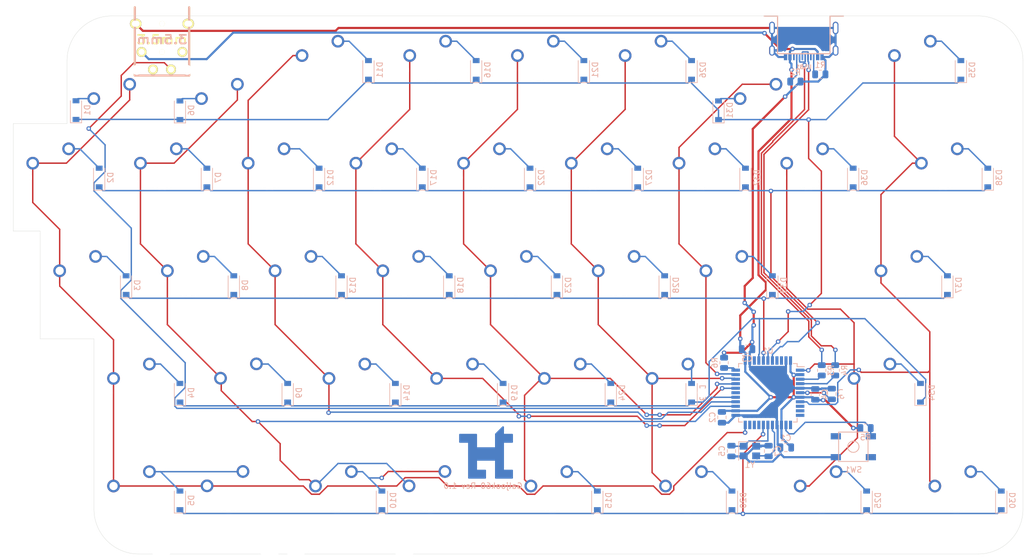
<source format=kicad_pcb>
(kicad_pcb (version 20171130) (host pcbnew "(5.1.9-0-10_14)")
  (layers (0 F.Cu signal) (31 B.Cu signal) (34 B.Paste user) (35 F.Paste user) (36 B.SilkS user) (37 F.SilkS user) (38 B.Mask user) (39 F.Mask user) (44 Edge.Cuts user))
  (net 0 "")
  (net 1 GND)
  (net 2 +5V)
  (net 3 "Net-(C5-Pad1)")
  (net 4 "Net-(C6-Pad1)")
  (net 5 "Net-(C7-Pad1)")
  (net 6 "Net-(D1-Pad2)")
  (net 7 row0)
  (net 8 "Net-(D2-Pad2)")
  (net 9 row1)
  (net 10 "Net-(D3-Pad2)")
  (net 11 row2)
  (net 12 "Net-(D4-Pad2)")
  (net 13 row3)
  (net 14 "Net-(D5-Pad2)")
  (net 15 row4)
  (net 16 "Net-(D6-Pad2)")
  (net 17 "Net-(D7-Pad2)")
  (net 18 "Net-(D8-Pad2)")
  (net 19 "Net-(D9-Pad2)")
  (net 20 "Net-(D10-Pad2)")
  (net 21 "Net-(D11-Pad2)")
  (net 22 "Net-(D12-Pad2)")
  (net 23 "Net-(D13-Pad2)")
  (net 24 "Net-(D14-Pad2)")
  (net 25 "Net-(D15-Pad2)")
  (net 26 "Net-(D16-Pad2)")
  (net 27 "Net-(D17-Pad2)")
  (net 28 "Net-(D18-Pad2)")
  (net 29 "Net-(D19-Pad2)")
  (net 30 "Net-(D20-Pad2)")
  (net 31 "Net-(D21-Pad2)")
  (net 32 "Net-(D22-Pad2)")
  (net 33 "Net-(D23-Pad2)")
  (net 34 "Net-(D24-Pad2)")
  (net 35 "Net-(D25-Pad2)")
  (net 36 "Net-(D26-Pad2)")
  (net 37 "Net-(D27-Pad2)")
  (net 38 "Net-(D28-Pad2)")
  (net 39 "Net-(D29-Pad2)")
  (net 40 "Net-(D30-Pad2)")
  (net 41 "Net-(D31-Pad2)")
  (net 42 "Net-(D32-Pad2)")
  (net 43 "Net-(D33-Pad2)")
  (net 44 "Net-(D34-Pad2)")
  (net 45 "Net-(D35-Pad2)")
  (net 46 "Net-(D36-Pad2)")
  (net 47 "Net-(D37-Pad2)")
  (net 48 "Net-(D38-Pad2)")
  (net 49 col0)
  (net 50 col1)
  (net 51 col2)
  (net 52 col3)
  (net 53 col4)
  (net 54 col5)
  (net 55 col6)
  (net 56 col7)
  (net 57 col8)
  (net 58 "Net-(R1-Pad2)")
  (net 59 "Net-(R2-Pad2)")
  (net 60 D-)
  (net 61 "Net-(R3-Pad1)")
  (net 62 D+)
  (net 63 "Net-(R4-Pad1)")
  (net 64 "Net-(R5-Pad2)")
  (net 65 "Net-(R6-Pad2)")
  (net 66 "Net-(U1-Pad42)")
  (net 67 "Net-(U1-Pad41)")
  (net 68 "Net-(U1-Pad36)")
  (net 69 "Net-(U1-Pad28)")
  (net 70 "Net-(U1-Pad21)")
  (net 71 "Net-(U1-Pad20)")
  (net 72 "Net-(U1-Pad19)")
  (net 73 "Net-(U1-Pad12)")
  (net 74 "Net-(U1-Pad11)")
  (net 75 "Net-(U1-Pad10)")
  (net 76 "Net-(U1-Pad9)")
  (net 77 Split1)
  (net 78 "Net-(U2-Pad1)")
  (net 79 "Net-(USB1-Pad9)")
  (net 80 "Net-(USB1-Pad3)")
  (module MX_Only:MXOnly-1U-NoLED (layer F.Cu) (at 47.498 178.562)
    (fp_text reference MX40)
    (fp_text value MX-NoLED)
    (pad 2 thru_hole circle (at 2.54 -5.08) (size 2.25 2.25) (drill 1.47) (layers *.Cu B.Mask) (net 20 "Net-(D10-Pad2)"))
    (pad "" np_thru_hole circle (at 0 0) (size 3.9878 3.9878) (drill 3.9878) (layers *.Cu *.Mask))
    (pad 1 thru_hole circle (at -3.81 -2.54) (size 2.25 2.25) (drill 1.47) (layers *.Cu B.Mask) (net 50 col1))
    (pad "" np_thru_hole circle (at -5.08 0 48.0996) (size 1.75 1.75) (drill 1.75) (layers *.Cu *.Mask))
    (pad "" np_thru_hole circle (at 5.08 0 48.0996) (size 1.75 1.75) (drill 1.75) (layers *.Cu *.Mask))
  )
  (module MX_Only:MXOnly-2.75U-NoLED (layer F.Cu) (at 11.77925 178.562)
    (fp_text reference MX39)
    (fp_text value MX-NoLED)
    (pad 2 thru_hole circle (at 2.54 -5.08) (size 2.25 2.25) (drill 1.47) (layers *.Cu B.Mask) (net 14 "Net-(D5-Pad2)"))
    (pad "" np_thru_hole circle (at 0 0) (size 3.9878 3.9878) (drill 3.9878) (layers *.Cu *.Mask))
    (pad 1 thru_hole circle (at -3.81 -2.54) (size 2.25 2.25) (drill 1.47) (layers *.Cu B.Mask) (net 49 col0))
    (pad "" np_thru_hole circle (at -5.08 0 48.0996) (size 1.75 1.75) (drill 1.75) (layers *.Cu *.Mask))
    (pad "" np_thru_hole circle (at 5.08 0 48.0996) (size 1.75 1.75) (drill 1.75) (layers *.Cu *.Mask))
    (pad "" np_thru_hole circle (at -11.90625 -6.985) (size 3.048 3.048) (drill 3.048) (layers *.Cu *.Mask))
    (pad "" np_thru_hole circle (at 11.90625 -6.985) (size 3.048 3.048) (drill 3.048) (layers *.Cu *.Mask))
    (pad "" np_thru_hole circle (at -11.90625 8.255) (size 3.9878 3.9878) (drill 3.9878) (layers *.Cu *.Mask))
    (pad "" np_thru_hole circle (at 11.90625 8.255) (size 3.9878 3.9878) (drill 3.9878) (layers *.Cu *.Mask))
  )
  (module MX_Only:MXOnly-1U-NoLED (layer F.Cu) (at 14.1605 159.512)
    (fp_text reference MX9)
    (fp_text value MX-NoLED)
    (pad 2 thru_hole circle (at 2.54 -5.08) (size 2.25 2.25) (drill 1.47) (layers *.Cu B.Mask) (net 19 "Net-(D9-Pad2)"))
    (pad "" np_thru_hole circle (at 0 0) (size 3.9878 3.9878) (drill 3.9878) (layers *.Cu *.Mask))
    (pad 1 thru_hole circle (at -3.81 -2.54) (size 2.25 2.25) (drill 1.47) (layers *.Cu B.Mask) (net 50 col1))
    (pad "" np_thru_hole circle (at -5.08 0 48.0996) (size 1.75 1.75) (drill 1.75) (layers *.Cu *.Mask))
    (pad "" np_thru_hole circle (at 5.08 0 48.0996) (size 1.75 1.75) (drill 1.75) (layers *.Cu *.Mask))
  )
  (module Crystal:Crystal_SMD_3225-4Pin_3.2x2.5mm (layer B.Cu) (at 103.98125 169.8625)
    (fp_text reference Y1 (at 0 2.45) (layer B.SilkS) (effects (justify mirror)))
    (fp_text value 16MHz)
    (pad 4 smd rect (at -1.1 0.85) (size 1.4 1.2) (layers B.Cu B.Paste B.Mask) (net 1 GND))
    (pad 3 smd rect (at 1.1 0.85) (size 1.4 1.2) (layers B.Cu B.Paste B.Mask) (net 5 "Net-(C7-Pad1)"))
    (pad 2 smd rect (at 1.1 -0.85) (size 1.4 1.2) (layers B.Cu B.Paste B.Mask) (net 1 GND))
    (pad 1 smd rect (at -1.1 -0.85) (size 1.4 1.2) (layers B.Cu B.Paste B.Mask) (net 3 "Net-(C5-Pad1)"))
  )
  (module Keebio-Parts:USB-C-12-Pin-MidMount (layer B.Cu) (at 113.50625 92.86875 180)
    (fp_text reference USB1 (at 0 -9) (layer B.SilkS) (effects (font (size 0.7 0.7)) (justify mirror)))
    (fp_text value HRO-TYPE-C-31-M-12)
    (pad 12 smd rect (at -3.225 -7.235 180) (size 0.6 1.15) (layers B.Cu B.Paste B.Mask) (net 1 GND))
    (pad 11 smd rect (at -2.45 -7.235 180) (size 0.6 1.15) (layers B.Cu B.Paste B.Mask) (net 2 +5V))
    (pad 1 smd rect (at 3.225 -7.235 180) (size 0.6 1.15) (layers B.Cu B.Paste B.Mask) (net 1 GND))
    (pad 2 smd rect (at 2.45 -7.235 180) (size 0.6 1.15) (layers B.Cu B.Paste B.Mask) (net 2 +5V))
    (pad 9 smd rect (at -1.25 -7.235 180) (size 0.3 1.15) (layers B.Cu B.Paste B.Mask) (net 79 "Net-(USB1-Pad9)"))
    (pad 10 smd rect (at -1.75 -7.235 180) (size 0.3 1.15) (layers B.Cu B.Paste B.Mask) (net 58 "Net-(R1-Pad2)"))
    (pad 3 smd rect (at 1.75 -7.235 180) (size 0.3 1.15) (layers B.Cu B.Paste B.Mask) (net 80 "Net-(USB1-Pad3)"))
    (pad 4 smd rect (at 1.25 -7.235 180) (size 0.3 1.15) (layers B.Cu B.Paste B.Mask) (net 59 "Net-(R2-Pad2)"))
    (pad 8 smd rect (at -0.75 -7.235 180) (size 0.3 1.15) (layers B.Cu B.Paste B.Mask) (net 62 D+))
    (pad 5 smd rect (at 0.75 -7.235 180) (size 0.3 1.15) (layers B.Cu B.Paste B.Mask) (net 60 D-))
    (pad 7 smd rect (at -0.25 -7.235 180) (size 0.3 1.15) (layers B.Cu B.Paste B.Mask) (net 60 D-))
    (pad 6 smd rect (at 0.25 -7.235 180) (size 0.3 1.15) (layers B.Cu B.Paste B.Mask) (net 62 D+))
    (pad 13 thru_hole oval (at 5.62 -2.1 180) (size 1 2.2) (drill oval 0.6 1.8) (layers *.Cu *.Mask) (net 1 GND))
    (pad 13 thru_hole oval (at -5.62 -2.1 180) (size 1 2.2) (drill oval 0.6 1.8) (layers *.Cu *.Mask) (net 1 GND))
    (pad 13 thru_hole oval (at -5.62 -6.1 180) (size 1 1.8) (drill oval 0.6 1.4) (layers *.Cu *.Mask) (net 1 GND))
    (pad 13 thru_hole oval (at 5.62 -6.1 180) (size 1 1.8) (drill oval 0.6 1.4) (layers *.Cu *.Mask) (net 1 GND))
  )
  (module Keebio-Parts:TRRS_Jack (layer F.Cu) (at 0 99.21875)
    (fp_text reference U2 hide)
    (fp_text value TRRS hide)
    (fp_text user 3.5mm (at 0.00008 -2.18508) (layer B.SilkS) (effects (font (size 1.524 1.778) (thickness 0.3048)) (justify mirror)))
    (fp_text user 3.5mm (at 0.00008 -2.18508) (layer F.SilkS) (effects (font (size 1.524 1.778) (thickness 0.3048))))
    (pad HOLE np_thru_hole circle (at 0.00008 -0.00068 270) (size 0.9906 0.9906) (drill 0.9906) (layers *.Cu *.Mask F.SilkS))
    (pad HOLE np_thru_hole circle (at 0.00008 -5.00448 270) (size 0.9906 0.9906) (drill 0.9906) (layers *.Cu *.Mask F.SilkS))
    (pad 6 thru_hole circle (at 3.60688 -0.00068 270) (size 1.7526 1.7526) (drill 1.0922) (layers *.Cu *.Mask F.SilkS))
    (pad 5 thru_hole circle (at -1.60012 3.09812 270) (size 1.7526 1.7526) (drill 1.0922) (layers *.Cu *.Mask F.SilkS))
    (pad 4 thru_hole oval (at -4.64812 -5.00448 270) (size 1.7526 2.0574) (drill oval 1.0922 1.397) (layers *.Cu *.Mask F.SilkS) (net 1 GND))
    (pad 3 thru_hole circle (at 1.60028 3.09812 270) (size 1.7526 1.7526) (drill 1.0922) (layers *.Cu *.Mask F.SilkS) (net 77 Split1))
    (pad 2 thru_hole circle (at -3.60672 -0.00068 270) (size 1.7526 1.7526) (drill 1.0922) (layers *.Cu *.Mask F.SilkS) (net 2 +5V))
    (pad 1 thru_hole oval (at 4.64828 -5.00448 270) (size 1.7526 2.0574) (drill oval 1.0922 1.397) (layers *.Cu *.Mask F.SilkS) (net 78 "Net-(U2-Pad1)"))
  )
  (module Package_QFP:TQFP-44_10x10mm_P0.8mm (layer B.Cu) (at 107.15625 159.54375 180)
    (fp_text reference U1 (at 0 7.45) (layer B.SilkS) (effects (justify mirror)))
    (fp_text value ATmega32U4-AU)
    (pad 44 smd rect (at -4 5.7 90) (size 1.5 0.55) (layers B.Cu B.Paste B.Mask) (net 2 +5V))
    (pad 43 smd rect (at -3.2 5.7 90) (size 1.5 0.55) (layers B.Cu B.Paste B.Mask) (net 1 GND))
    (pad 42 smd rect (at -2.4 5.7 90) (size 1.5 0.55) (layers B.Cu B.Paste B.Mask) (net 66 "Net-(U1-Pad42)"))
    (pad 41 smd rect (at -1.6 5.7 90) (size 1.5 0.55) (layers B.Cu B.Paste B.Mask) (net 67 "Net-(U1-Pad41)"))
    (pad 40 smd rect (at -0.8 5.7 90) (size 1.5 0.55) (layers B.Cu B.Paste B.Mask) (net 9 row1))
    (pad 39 smd rect (at 0 5.7 90) (size 1.5 0.55) (layers B.Cu B.Paste B.Mask) (net 7 row0))
    (pad 38 smd rect (at 0.8 5.7 90) (size 1.5 0.55) (layers B.Cu B.Paste B.Mask) (net 11 row2))
    (pad 37 smd rect (at 1.6 5.7 90) (size 1.5 0.55) (layers B.Cu B.Paste B.Mask) (net 13 row3))
    (pad 36 smd rect (at 2.4 5.7 90) (size 1.5 0.55) (layers B.Cu B.Paste B.Mask) (net 68 "Net-(U1-Pad36)"))
    (pad 35 smd rect (at 3.2 5.7 90) (size 1.5 0.55) (layers B.Cu B.Paste B.Mask) (net 1 GND))
    (pad 34 smd rect (at 4 5.7 90) (size 1.5 0.55) (layers B.Cu B.Paste B.Mask) (net 2 +5V))
    (pad 33 smd rect (at 5.7 4 180) (size 1.5 0.55) (layers B.Cu B.Paste B.Mask) (net 65 "Net-(R6-Pad2)"))
    (pad 32 smd rect (at 5.7 3.2 180) (size 1.5 0.55) (layers B.Cu B.Paste B.Mask) (net 55 col6))
    (pad 31 smd rect (at 5.7 2.4 180) (size 1.5 0.55) (layers B.Cu B.Paste B.Mask) (net 54 col5))
    (pad 30 smd rect (at 5.7 1.6 180) (size 1.5 0.55) (layers B.Cu B.Paste B.Mask) (net 53 col4))
    (pad 29 smd rect (at 5.7 0.8 180) (size 1.5 0.55) (layers B.Cu B.Paste B.Mask) (net 52 col3))
    (pad 28 smd rect (at 5.7 0 180) (size 1.5 0.55) (layers B.Cu B.Paste B.Mask) (net 69 "Net-(U1-Pad28)"))
    (pad 27 smd rect (at 5.7 -0.8 180) (size 1.5 0.55) (layers B.Cu B.Paste B.Mask) (net 77 Split1))
    (pad 26 smd rect (at 5.7 -1.6 180) (size 1.5 0.55) (layers B.Cu B.Paste B.Mask) (net 51 col2))
    (pad 25 smd rect (at 5.7 -2.4 180) (size 1.5 0.55) (layers B.Cu B.Paste B.Mask) (net 50 col1))
    (pad 24 smd rect (at 5.7 -3.2 180) (size 1.5 0.55) (layers B.Cu B.Paste B.Mask) (net 2 +5V))
    (pad 23 smd rect (at 5.7 -4 180) (size 1.5 0.55) (layers B.Cu B.Paste B.Mask) (net 1 GND))
    (pad 22 smd rect (at 4 -5.7 90) (size 1.5 0.55) (layers B.Cu B.Paste B.Mask) (net 49 col0))
    (pad 21 smd rect (at 3.2 -5.7 90) (size 1.5 0.55) (layers B.Cu B.Paste B.Mask) (net 70 "Net-(U1-Pad21)"))
    (pad 20 smd rect (at 2.4 -5.7 90) (size 1.5 0.55) (layers B.Cu B.Paste B.Mask) (net 71 "Net-(U1-Pad20)"))
    (pad 19 smd rect (at 1.6 -5.7 90) (size 1.5 0.55) (layers B.Cu B.Paste B.Mask) (net 72 "Net-(U1-Pad19)"))
    (pad 18 smd rect (at 0.8 -5.7 90) (size 1.5 0.55) (layers B.Cu B.Paste B.Mask) (net 15 row4))
    (pad 17 smd rect (at 0 -5.7 90) (size 1.5 0.55) (layers B.Cu B.Paste B.Mask) (net 3 "Net-(C5-Pad1)"))
    (pad 16 smd rect (at -0.8 -5.7 90) (size 1.5 0.55) (layers B.Cu B.Paste B.Mask) (net 5 "Net-(C7-Pad1)"))
    (pad 15 smd rect (at -1.6 -5.7 90) (size 1.5 0.55) (layers B.Cu B.Paste B.Mask) (net 1 GND))
    (pad 14 smd rect (at -2.4 -5.7 90) (size 1.5 0.55) (layers B.Cu B.Paste B.Mask) (net 2 +5V))
    (pad 13 smd rect (at -3.2 -5.7 90) (size 1.5 0.55) (layers B.Cu B.Paste B.Mask) (net 64 "Net-(R5-Pad2)"))
    (pad 12 smd rect (at -4 -5.7 90) (size 1.5 0.55) (layers B.Cu B.Paste B.Mask) (net 73 "Net-(U1-Pad12)"))
    (pad 11 smd rect (at -5.7 -4 180) (size 1.5 0.55) (layers B.Cu B.Paste B.Mask) (net 74 "Net-(U1-Pad11)"))
    (pad 10 smd rect (at -5.7 -3.2 180) (size 1.5 0.55) (layers B.Cu B.Paste B.Mask) (net 75 "Net-(U1-Pad10)"))
    (pad 9 smd rect (at -5.7 -2.4 180) (size 1.5 0.55) (layers B.Cu B.Paste B.Mask) (net 76 "Net-(U1-Pad9)"))
    (pad 8 smd rect (at -5.7 -1.6 180) (size 1.5 0.55) (layers B.Cu B.Paste B.Mask) (net 56 col7))
    (pad 7 smd rect (at -5.7 -0.8 180) (size 1.5 0.55) (layers B.Cu B.Paste B.Mask) (net 2 +5V))
    (pad 6 smd rect (at -5.7 0 180) (size 1.5 0.55) (layers B.Cu B.Paste B.Mask) (net 4 "Net-(C6-Pad1)"))
    (pad 5 smd rect (at -5.7 0.8 180) (size 1.5 0.55) (layers B.Cu B.Paste B.Mask) (net 1 GND))
    (pad 4 smd rect (at -5.7 1.6 180) (size 1.5 0.55) (layers B.Cu B.Paste B.Mask) (net 63 "Net-(R4-Pad1)"))
    (pad 3 smd rect (at -5.7 2.4 180) (size 1.5 0.55) (layers B.Cu B.Paste B.Mask) (net 61 "Net-(R3-Pad1)"))
    (pad 2 smd rect (at -5.7 3.2 180) (size 1.5 0.55) (layers B.Cu B.Paste B.Mask) (net 2 +5V))
    (pad 1 smd rect (at -5.7 4 180) (size 1.5 0.55) (layers B.Cu B.Paste B.Mask) (net 57 col8))
  )
  (module random-keyboard-parts:SKQG-1155865 (layer B.Cu) (at 122.26925 169.1005 180)
    (fp_text reference SW1 (at 0 -4.064) (layer B.SilkS) (effects (justify mirror)))
    (fp_text value SW_Push)
    (pad 4 smd rect (at -3.1 -1.85 180) (size 1.8 1.1) (layers B.Cu B.Paste B.Mask))
    (pad 3 smd rect (at 3.1 1.85 180) (size 1.8 1.1) (layers B.Cu B.Paste B.Mask))
    (pad 2 smd rect (at -3.1 1.85 180) (size 1.8 1.1) (layers B.Cu B.Paste B.Mask) (net 64 "Net-(R5-Pad2)"))
    (pad 1 smd rect (at 3.1 -1.85 180) (size 1.8 1.1) (layers B.Cu B.Paste B.Mask) (net 1 GND))
  )
  (module Resistor_SMD:R_0805_2012Metric (layer B.Cu) (at 99.40925 154.2415 270)
    (fp_text reference R6 (at 0 1.65 90) (layer B.SilkS) (effects (justify mirror)))
    (fp_text value 10k)
    (pad 2 smd roundrect (at 0.9125 0 270) (size 1.025 1.4) (layers B.Cu B.Paste B.Mask) (roundrect_rratio 0.243902) (net 65 "Net-(R6-Pad2)"))
    (pad 1 smd roundrect (at -0.9125 0 270) (size 1.025 1.4) (layers B.Cu B.Paste B.Mask) (roundrect_rratio 0.243902) (net 1 GND))
  )
  (module Resistor_SMD:R_0805_2012Metric (layer B.Cu) (at 124.42825 165.7985)
    (fp_text reference R5 (at 0 1.65) (layer B.SilkS) (effects (justify mirror)))
    (fp_text value 10k)
    (pad 2 smd roundrect (at 0.9125 0) (size 1.025 1.4) (layers B.Cu B.Paste B.Mask) (roundrect_rratio 0.243902) (net 64 "Net-(R5-Pad2)"))
    (pad 1 smd roundrect (at -0.9125 0) (size 1.025 1.4) (layers B.Cu B.Paste B.Mask) (roundrect_rratio 0.243902) (net 2 +5V))
  )
  (module Resistor_SMD:R_0805_2012Metric (layer B.Cu) (at 119.0625 155.575 90)
    (fp_text reference R4 (at 0 1.65 90) (layer B.SilkS) (effects (justify mirror)))
    (fp_text value 22)
    (pad 2 smd roundrect (at 0.9125 0 90) (size 1.025 1.4) (layers B.Cu B.Paste B.Mask) (roundrect_rratio 0.243902) (net 62 D+))
    (pad 1 smd roundrect (at -0.9125 0 90) (size 1.025 1.4) (layers B.Cu B.Paste B.Mask) (roundrect_rratio 0.243902) (net 63 "Net-(R4-Pad1)"))
  )
  (module Resistor_SMD:R_0805_2012Metric (layer B.Cu) (at 116.68125 155.575 90)
    (fp_text reference R3 (at 0 1.65 90) (layer B.SilkS) (effects (justify mirror)))
    (fp_text value 22)
    (pad 2 smd roundrect (at 0.9125 0 90) (size 1.025 1.4) (layers B.Cu B.Paste B.Mask) (roundrect_rratio 0.243902) (net 60 D-))
    (pad 1 smd roundrect (at -0.9125 0 90) (size 1.025 1.4) (layers B.Cu B.Paste B.Mask) (roundrect_rratio 0.243902) (net 61 "Net-(R3-Pad1)"))
  )
  (module Resistor_SMD:R_0805_2012Metric (layer B.Cu) (at 112.0155 104.4575 180)
    (fp_text reference R2 (at 0 1.65) (layer B.SilkS) (effects (justify mirror)))
    (fp_text value 5k)
    (pad 2 smd roundrect (at 0.9125 0 180) (size 1.025 1.4) (layers B.Cu B.Paste B.Mask) (roundrect_rratio 0.243902) (net 59 "Net-(R2-Pad2)"))
    (pad 1 smd roundrect (at -0.9125 0 180) (size 1.025 1.4) (layers B.Cu B.Paste B.Mask) (roundrect_rratio 0.243902) (net 1 GND))
  )
  (module Resistor_SMD:R_0805_2012Metric (layer B.Cu) (at 116.4255 103.183 180)
    (fp_text reference R1 (at 0 1.65) (layer B.SilkS) (effects (justify mirror)))
    (fp_text value 5k)
    (pad 2 smd roundrect (at 0.9125 0 180) (size 1.025 1.4) (layers B.Cu B.Paste B.Mask) (roundrect_rratio 0.243902) (net 58 "Net-(R1-Pad2)"))
    (pad 1 smd roundrect (at -0.9125 0 180) (size 1.025 1.4) (layers B.Cu B.Paste B.Mask) (roundrect_rratio 0.243902) (net 1 GND))
  )
  (module MX_Only:MXOnly-1.5U-NoLED (layer F.Cu) (at 138.1125 121.44375)
    (fp_text reference MX38)
    (fp_text value MX-NoLED)
    (pad 2 thru_hole circle (at 2.54 -5.08) (size 2.25 2.25) (drill 1.47) (layers *.Cu B.Mask) (net 48 "Net-(D38-Pad2)"))
    (pad "" np_thru_hole circle (at 0 0) (size 3.9878 3.9878) (drill 3.9878) (layers *.Cu *.Mask))
    (pad 1 thru_hole circle (at -3.81 -2.54) (size 2.25 2.25) (drill 1.47) (layers *.Cu B.Mask) (net 56 col7))
    (pad "" np_thru_hole circle (at -5.08 0 48.0996) (size 1.75 1.75) (drill 1.75) (layers *.Cu *.Mask))
    (pad "" np_thru_hole circle (at 5.08 0 48.0996) (size 1.75 1.75) (drill 1.75) (layers *.Cu *.Mask))
  )
  (module MX_Only:MXOnly-2.25U-NoLED (layer F.Cu) (at 130.96875 140.49375)
    (fp_text reference MX37)
    (fp_text value MX-NoLED)
    (pad 2 thru_hole circle (at 2.54 -5.08) (size 2.25 2.25) (drill 1.47) (layers *.Cu B.Mask) (net 47 "Net-(D37-Pad2)"))
    (pad "" np_thru_hole circle (at 0 0) (size 3.9878 3.9878) (drill 3.9878) (layers *.Cu *.Mask))
    (pad 1 thru_hole circle (at -3.81 -2.54) (size 2.25 2.25) (drill 1.47) (layers *.Cu B.Mask) (net 56 col7))
    (pad "" np_thru_hole circle (at -5.08 0 48.0996) (size 1.75 1.75) (drill 1.75) (layers *.Cu *.Mask))
    (pad "" np_thru_hole circle (at 5.08 0 48.0996) (size 1.75 1.75) (drill 1.75) (layers *.Cu *.Mask))
    (pad "" np_thru_hole circle (at -11.90625 -6.985) (size 3.048 3.048) (drill 3.048) (layers *.Cu *.Mask))
    (pad "" np_thru_hole circle (at 11.90625 -6.985) (size 3.048 3.048) (drill 3.048) (layers *.Cu *.Mask))
    (pad "" np_thru_hole circle (at -11.90625 8.255) (size 3.9878 3.9878) (drill 3.9878) (layers *.Cu *.Mask))
    (pad "" np_thru_hole circle (at 11.90625 8.255) (size 3.9878 3.9878) (drill 3.9878) (layers *.Cu *.Mask))
  )
  (module MX_Only:MXOnly-1U-NoLED (layer F.Cu) (at 114.3 121.44375)
    (fp_text reference MX36)
    (fp_text value MX-NoLED)
    (pad 2 thru_hole circle (at 2.54 -5.08) (size 2.25 2.25) (drill 1.47) (layers *.Cu B.Mask) (net 46 "Net-(D36-Pad2)"))
    (pad "" np_thru_hole circle (at 0 0) (size 3.9878 3.9878) (drill 3.9878) (layers *.Cu *.Mask))
    (pad 1 thru_hole circle (at -3.81 -2.54) (size 2.25 2.25) (drill 1.47) (layers *.Cu B.Mask) (net 57 col8))
    (pad "" np_thru_hole circle (at -5.08 0 48.0996) (size 1.75 1.75) (drill 1.75) (layers *.Cu *.Mask))
    (pad "" np_thru_hole circle (at 5.08 0 48.0996) (size 1.75 1.75) (drill 1.75) (layers *.Cu *.Mask))
  )
  (module MX_Only:MXOnly-2U-NoLED (layer F.Cu) (at 133.35 102.39375)
    (fp_text reference MX35)
    (fp_text value MX-NoLED)
    (pad 2 thru_hole circle (at 2.54 -5.08) (size 2.25 2.25) (drill 1.47) (layers *.Cu B.Mask) (net 45 "Net-(D35-Pad2)"))
    (pad "" np_thru_hole circle (at 0 0) (size 3.9878 3.9878) (drill 3.9878) (layers *.Cu *.Mask))
    (pad 1 thru_hole circle (at -3.81 -2.54) (size 2.25 2.25) (drill 1.47) (layers *.Cu B.Mask) (net 56 col7))
    (pad "" np_thru_hole circle (at -5.08 0 48.0996) (size 1.75 1.75) (drill 1.75) (layers *.Cu *.Mask))
    (pad "" np_thru_hole circle (at 5.08 0 48.0996) (size 1.75 1.75) (drill 1.75) (layers *.Cu *.Mask))
    (pad "" np_thru_hole circle (at -11.90625 -6.985) (size 3.048 3.048) (drill 3.048) (layers *.Cu *.Mask))
    (pad "" np_thru_hole circle (at 11.90625 -6.985) (size 3.048 3.048) (drill 3.048) (layers *.Cu *.Mask))
    (pad "" np_thru_hole circle (at -11.90625 8.255) (size 3.9878 3.9878) (drill 3.9878) (layers *.Cu *.Mask))
    (pad "" np_thru_hole circle (at 11.90625 8.255) (size 3.9878 3.9878) (drill 3.9878) (layers *.Cu *.Mask))
  )
  (module MX_Only:MXOnly-2.75U-NoLED (layer F.Cu) (at 126.20625 159.54375)
    (fp_text reference MX34)
    (fp_text value MX-NoLED)
    (pad 2 thru_hole circle (at 2.54 -5.08) (size 2.25 2.25) (drill 1.47) (layers *.Cu B.Mask) (net 44 "Net-(D34-Pad2)"))
    (pad "" np_thru_hole circle (at 0 0) (size 3.9878 3.9878) (drill 3.9878) (layers *.Cu *.Mask))
    (pad 1 thru_hole circle (at -3.81 -2.54) (size 2.25 2.25) (drill 1.47) (layers *.Cu B.Mask) (net 57 col8))
    (pad "" np_thru_hole circle (at -5.08 0 48.0996) (size 1.75 1.75) (drill 1.75) (layers *.Cu *.Mask))
    (pad "" np_thru_hole circle (at 5.08 0 48.0996) (size 1.75 1.75) (drill 1.75) (layers *.Cu *.Mask))
    (pad "" np_thru_hole circle (at -11.90625 -6.985) (size 3.048 3.048) (drill 3.048) (layers *.Cu *.Mask))
    (pad "" np_thru_hole circle (at 11.90625 -6.985) (size 3.048 3.048) (drill 3.048) (layers *.Cu *.Mask))
    (pad "" np_thru_hole circle (at -11.90625 8.255) (size 3.9878 3.9878) (drill 3.9878) (layers *.Cu *.Mask))
    (pad "" np_thru_hole circle (at 11.90625 8.255) (size 3.9878 3.9878) (drill 3.9878) (layers *.Cu *.Mask))
  )
  (module MX_Only:MXOnly-1U-NoLED (layer F.Cu) (at 100.0125 140.49375)
    (fp_text reference MX33)
    (fp_text value MX-NoLED)
    (pad 2 thru_hole circle (at 2.54 -5.08) (size 2.25 2.25) (drill 1.47) (layers *.Cu B.Mask) (net 43 "Net-(D33-Pad2)"))
    (pad "" np_thru_hole circle (at 0 0) (size 3.9878 3.9878) (drill 3.9878) (layers *.Cu *.Mask))
    (pad 1 thru_hole circle (at -3.81 -2.54) (size 2.25 2.25) (drill 1.47) (layers *.Cu B.Mask) (net 55 col6))
    (pad "" np_thru_hole circle (at -5.08 0 48.0996) (size 1.75 1.75) (drill 1.75) (layers *.Cu *.Mask))
    (pad "" np_thru_hole circle (at 5.08 0 48.0996) (size 1.75 1.75) (drill 1.75) (layers *.Cu *.Mask))
  )
  (module MX_Only:MXOnly-1U-NoLED (layer F.Cu) (at 95.25 121.44375)
    (fp_text reference MX32)
    (fp_text value MX-NoLED)
    (pad 2 thru_hole circle (at 2.54 -5.08) (size 2.25 2.25) (drill 1.47) (layers *.Cu B.Mask) (net 42 "Net-(D32-Pad2)"))
    (pad "" np_thru_hole circle (at 0 0) (size 3.9878 3.9878) (drill 3.9878) (layers *.Cu *.Mask))
    (pad 1 thru_hole circle (at -3.81 -2.54) (size 2.25 2.25) (drill 1.47) (layers *.Cu B.Mask) (net 55 col6))
    (pad "" np_thru_hole circle (at -5.08 0 48.0996) (size 1.75 1.75) (drill 1.75) (layers *.Cu *.Mask))
    (pad "" np_thru_hole circle (at 5.08 0 48.0996) (size 1.75 1.75) (drill 1.75) (layers *.Cu *.Mask))
  )
  (module MX_Only:MXOnly-1U-NoLED (layer F.Cu) (at 104.775 102.39375 180)
    (fp_text reference MX31)
    (fp_text value MX-NoLED)
    (pad 2 thru_hole circle (at 2.54 -5.08 180) (size 2.25 2.25) (drill 1.47) (layers *.Cu B.Mask) (net 41 "Net-(D31-Pad2)"))
    (pad "" np_thru_hole circle (at 0 0 180) (size 3.9878 3.9878) (drill 3.9878) (layers *.Cu *.Mask))
    (pad 1 thru_hole circle (at -3.81 -2.54 180) (size 2.25 2.25) (drill 1.47) (layers *.Cu B.Mask) (net 55 col6))
    (pad "" np_thru_hole circle (at -5.08 0 228.0996) (size 1.75 1.75) (drill 1.75) (layers *.Cu *.Mask))
    (pad "" np_thru_hole circle (at 5.08 0 228.0996) (size 1.75 1.75) (drill 1.75) (layers *.Cu *.Mask))
  )
  (module MX_Only:MXOnly-1.25U-NoLED (layer F.Cu) (at 140.49375 178.59375)
    (fp_text reference MX30)
    (fp_text value MX-NoLED)
    (pad 2 thru_hole circle (at 2.54 -5.08) (size 2.25 2.25) (drill 1.47) (layers *.Cu B.Mask) (net 40 "Net-(D30-Pad2)"))
    (pad "" np_thru_hole circle (at 0 0) (size 3.9878 3.9878) (drill 3.9878) (layers *.Cu *.Mask))
    (pad 1 thru_hole circle (at -3.81 -2.54) (size 2.25 2.25) (drill 1.47) (layers *.Cu B.Mask) (net 56 col7))
    (pad "" np_thru_hole circle (at -5.08 0 48.0996) (size 1.75 1.75) (drill 1.75) (layers *.Cu *.Mask))
    (pad "" np_thru_hole circle (at 5.08 0 48.0996) (size 1.75 1.75) (drill 1.75) (layers *.Cu *.Mask))
  )
  (module MX_Only:MXOnly-1U-NoLED (layer F.Cu) (at 90.4875 159.54375)
    (fp_text reference MX29)
    (fp_text value MX-NoLED)
    (pad 2 thru_hole circle (at 2.54 -5.08) (size 2.25 2.25) (drill 1.47) (layers *.Cu B.Mask) (net 39 "Net-(D29-Pad2)"))
    (pad "" np_thru_hole circle (at 0 0) (size 3.9878 3.9878) (drill 3.9878) (layers *.Cu *.Mask))
    (pad 1 thru_hole circle (at -3.81 -2.54) (size 2.25 2.25) (drill 1.47) (layers *.Cu B.Mask) (net 54 col5))
    (pad "" np_thru_hole circle (at -5.08 0 48.0996) (size 1.75 1.75) (drill 1.75) (layers *.Cu *.Mask))
    (pad "" np_thru_hole circle (at 5.08 0 48.0996) (size 1.75 1.75) (drill 1.75) (layers *.Cu *.Mask))
  )
  (module MX_Only:MXOnly-1U-NoLED (layer F.Cu) (at 80.9625 140.49375)
    (fp_text reference MX28)
    (fp_text value MX-NoLED)
    (pad 2 thru_hole circle (at 2.54 -5.08) (size 2.25 2.25) (drill 1.47) (layers *.Cu B.Mask) (net 38 "Net-(D28-Pad2)"))
    (pad "" np_thru_hole circle (at 0 0) (size 3.9878 3.9878) (drill 3.9878) (layers *.Cu *.Mask))
    (pad 1 thru_hole circle (at -3.81 -2.54) (size 2.25 2.25) (drill 1.47) (layers *.Cu B.Mask) (net 54 col5))
    (pad "" np_thru_hole circle (at -5.08 0 48.0996) (size 1.75 1.75) (drill 1.75) (layers *.Cu *.Mask))
    (pad "" np_thru_hole circle (at 5.08 0 48.0996) (size 1.75 1.75) (drill 1.75) (layers *.Cu *.Mask))
  )
  (module MX_Only:MXOnly-1U-NoLED (layer F.Cu) (at 76.2 121.44375)
    (fp_text reference MX27)
    (fp_text value MX-NoLED)
    (pad 2 thru_hole circle (at 2.54 -5.08) (size 2.25 2.25) (drill 1.47) (layers *.Cu B.Mask) (net 37 "Net-(D27-Pad2)"))
    (pad "" np_thru_hole circle (at 0 0) (size 3.9878 3.9878) (drill 3.9878) (layers *.Cu *.Mask))
    (pad 1 thru_hole circle (at -3.81 -2.54) (size 2.25 2.25) (drill 1.47) (layers *.Cu B.Mask) (net 54 col5))
    (pad "" np_thru_hole circle (at -5.08 0 48.0996) (size 1.75 1.75) (drill 1.75) (layers *.Cu *.Mask))
    (pad "" np_thru_hole circle (at 5.08 0 48.0996) (size 1.75 1.75) (drill 1.75) (layers *.Cu *.Mask))
  )
  (module MX_Only:MXOnly-1U-NoLED (layer F.Cu) (at 85.725 102.39375)
    (fp_text reference MX26)
    (fp_text value MX-NoLED)
    (pad 2 thru_hole circle (at 2.54 -5.08) (size 2.25 2.25) (drill 1.47) (layers *.Cu B.Mask) (net 36 "Net-(D26-Pad2)"))
    (pad "" np_thru_hole circle (at 0 0) (size 3.9878 3.9878) (drill 3.9878) (layers *.Cu *.Mask))
    (pad 1 thru_hole circle (at -3.81 -2.54) (size 2.25 2.25) (drill 1.47) (layers *.Cu B.Mask) (net 54 col5))
    (pad "" np_thru_hole circle (at -5.08 0 48.0996) (size 1.75 1.75) (drill 1.75) (layers *.Cu *.Mask))
    (pad "" np_thru_hole circle (at 5.08 0 48.0996) (size 1.75 1.75) (drill 1.75) (layers *.Cu *.Mask))
  )
  (module MX_Only:MXOnly-1.25U-NoLED (layer F.Cu) (at 116.68125 178.59375)
    (fp_text reference MX25)
    (fp_text value MX-NoLED)
    (pad 2 thru_hole circle (at 2.54 -5.08) (size 2.25 2.25) (drill 1.47) (layers *.Cu B.Mask) (net 35 "Net-(D25-Pad2)"))
    (pad "" np_thru_hole circle (at 0 0) (size 3.9878 3.9878) (drill 3.9878) (layers *.Cu *.Mask))
    (pad 1 thru_hole circle (at -3.81 -2.54) (size 2.25 2.25) (drill 1.47) (layers *.Cu B.Mask) (net 57 col8))
    (pad "" np_thru_hole circle (at -5.08 0 48.0996) (size 1.75 1.75) (drill 1.75) (layers *.Cu *.Mask))
    (pad "" np_thru_hole circle (at 5.08 0 48.0996) (size 1.75 1.75) (drill 1.75) (layers *.Cu *.Mask))
  )
  (module MX_Only:MXOnly-1U-NoLED (layer F.Cu) (at 71.4375 159.54375)
    (fp_text reference MX24)
    (fp_text value MX-NoLED)
    (pad 2 thru_hole circle (at 2.54 -5.08) (size 2.25 2.25) (drill 1.47) (layers *.Cu B.Mask) (net 34 "Net-(D24-Pad2)"))
    (pad "" np_thru_hole circle (at 0 0) (size 3.9878 3.9878) (drill 3.9878) (layers *.Cu *.Mask))
    (pad 1 thru_hole circle (at -3.81 -2.54) (size 2.25 2.25) (drill 1.47) (layers *.Cu B.Mask) (net 53 col4))
    (pad "" np_thru_hole circle (at -5.08 0 48.0996) (size 1.75 1.75) (drill 1.75) (layers *.Cu *.Mask))
    (pad "" np_thru_hole circle (at 5.08 0 48.0996) (size 1.75 1.75) (drill 1.75) (layers *.Cu *.Mask))
  )
  (module MX_Only:MXOnly-1U-NoLED (layer F.Cu) (at 61.9125 140.49375)
    (fp_text reference MX23)
    (fp_text value MX-NoLED)
    (pad 2 thru_hole circle (at 2.54 -5.08) (size 2.25 2.25) (drill 1.47) (layers *.Cu B.Mask) (net 33 "Net-(D23-Pad2)"))
    (pad "" np_thru_hole circle (at 0 0) (size 3.9878 3.9878) (drill 3.9878) (layers *.Cu *.Mask))
    (pad 1 thru_hole circle (at -3.81 -2.54) (size 2.25 2.25) (drill 1.47) (layers *.Cu B.Mask) (net 53 col4))
    (pad "" np_thru_hole circle (at -5.08 0 48.0996) (size 1.75 1.75) (drill 1.75) (layers *.Cu *.Mask))
    (pad "" np_thru_hole circle (at 5.08 0 48.0996) (size 1.75 1.75) (drill 1.75) (layers *.Cu *.Mask))
  )
  (module MX_Only:MXOnly-1U-NoLED (layer F.Cu) (at 57.15 121.44375)
    (fp_text reference MX22)
    (fp_text value MX-NoLED)
    (pad 2 thru_hole circle (at 2.54 -5.08) (size 2.25 2.25) (drill 1.47) (layers *.Cu B.Mask) (net 32 "Net-(D22-Pad2)"))
    (pad "" np_thru_hole circle (at 0 0) (size 3.9878 3.9878) (drill 3.9878) (layers *.Cu *.Mask))
    (pad 1 thru_hole circle (at -3.81 -2.54) (size 2.25 2.25) (drill 1.47) (layers *.Cu B.Mask) (net 53 col4))
    (pad "" np_thru_hole circle (at -5.08 0 48.0996) (size 1.75 1.75) (drill 1.75) (layers *.Cu *.Mask))
    (pad "" np_thru_hole circle (at 5.08 0 48.0996) (size 1.75 1.75) (drill 1.75) (layers *.Cu *.Mask))
  )
  (module MX_Only:MXOnly-1U-NoLED (layer F.Cu) (at 66.675 102.39375)
    (fp_text reference MX21)
    (fp_text value MX-NoLED)
    (pad 2 thru_hole circle (at 2.54 -5.08) (size 2.25 2.25) (drill 1.47) (layers *.Cu B.Mask) (net 31 "Net-(D21-Pad2)"))
    (pad "" np_thru_hole circle (at 0 0) (size 3.9878 3.9878) (drill 3.9878) (layers *.Cu *.Mask))
    (pad 1 thru_hole circle (at -3.81 -2.54) (size 2.25 2.25) (drill 1.47) (layers *.Cu B.Mask) (net 53 col4))
    (pad "" np_thru_hole circle (at -5.08 0 48.0996) (size 1.75 1.75) (drill 1.75) (layers *.Cu *.Mask))
    (pad "" np_thru_hole circle (at 5.08 0 48.0996) (size 1.75 1.75) (drill 1.75) (layers *.Cu *.Mask))
  )
  (module MX_Only:MXOnly-1.25U-NoLED (layer F.Cu) (at 92.86875 178.59375)
    (fp_text reference MX20)
    (fp_text value MX-NoLED)
    (pad 2 thru_hole circle (at 2.54 -5.08) (size 2.25 2.25) (drill 1.47) (layers *.Cu B.Mask) (net 30 "Net-(D20-Pad2)"))
    (pad "" np_thru_hole circle (at 0 0) (size 3.9878 3.9878) (drill 3.9878) (layers *.Cu *.Mask))
    (pad 1 thru_hole circle (at -3.81 -2.54) (size 2.25 2.25) (drill 1.47) (layers *.Cu B.Mask) (net 54 col5))
    (pad "" np_thru_hole circle (at -5.08 0 48.0996) (size 1.75 1.75) (drill 1.75) (layers *.Cu *.Mask))
    (pad "" np_thru_hole circle (at 5.08 0 48.0996) (size 1.75 1.75) (drill 1.75) (layers *.Cu *.Mask))
  )
  (module MX_Only:MXOnly-1U-NoLED (layer F.Cu) (at 52.3875 159.54375)
    (fp_text reference MX19)
    (fp_text value MX-NoLED)
    (pad 2 thru_hole circle (at 2.54 -5.08) (size 2.25 2.25) (drill 1.47) (layers *.Cu B.Mask) (net 29 "Net-(D19-Pad2)"))
    (pad "" np_thru_hole circle (at 0 0) (size 3.9878 3.9878) (drill 3.9878) (layers *.Cu *.Mask))
    (pad 1 thru_hole circle (at -3.81 -2.54) (size 2.25 2.25) (drill 1.47) (layers *.Cu B.Mask) (net 52 col3))
    (pad "" np_thru_hole circle (at -5.08 0 48.0996) (size 1.75 1.75) (drill 1.75) (layers *.Cu *.Mask))
    (pad "" np_thru_hole circle (at 5.08 0 48.0996) (size 1.75 1.75) (drill 1.75) (layers *.Cu *.Mask))
  )
  (module MX_Only:MXOnly-1U-NoLED (layer F.Cu) (at 42.8625 140.49375)
    (fp_text reference MX18)
    (fp_text value MX-NoLED)
    (pad 2 thru_hole circle (at 2.54 -5.08) (size 2.25 2.25) (drill 1.47) (layers *.Cu B.Mask) (net 28 "Net-(D18-Pad2)"))
    (pad "" np_thru_hole circle (at 0 0) (size 3.9878 3.9878) (drill 3.9878) (layers *.Cu *.Mask))
    (pad 1 thru_hole circle (at -3.81 -2.54) (size 2.25 2.25) (drill 1.47) (layers *.Cu B.Mask) (net 52 col3))
    (pad "" np_thru_hole circle (at -5.08 0 48.0996) (size 1.75 1.75) (drill 1.75) (layers *.Cu *.Mask))
    (pad "" np_thru_hole circle (at 5.08 0 48.0996) (size 1.75 1.75) (drill 1.75) (layers *.Cu *.Mask))
  )
  (module MX_Only:MXOnly-1U-NoLED (layer F.Cu) (at 38.1 121.44375)
    (fp_text reference MX17)
    (fp_text value MX-NoLED)
    (pad 2 thru_hole circle (at 2.54 -5.08) (size 2.25 2.25) (drill 1.47) (layers *.Cu B.Mask) (net 27 "Net-(D17-Pad2)"))
    (pad "" np_thru_hole circle (at 0 0) (size 3.9878 3.9878) (drill 3.9878) (layers *.Cu *.Mask))
    (pad 1 thru_hole circle (at -3.81 -2.54) (size 2.25 2.25) (drill 1.47) (layers *.Cu B.Mask) (net 52 col3))
    (pad "" np_thru_hole circle (at -5.08 0 48.0996) (size 1.75 1.75) (drill 1.75) (layers *.Cu *.Mask))
    (pad "" np_thru_hole circle (at 5.08 0 48.0996) (size 1.75 1.75) (drill 1.75) (layers *.Cu *.Mask))
  )
  (module MX_Only:MXOnly-1U-NoLED (layer F.Cu) (at 47.625 102.39375)
    (fp_text reference MX16)
    (fp_text value MX-NoLED)
    (pad 2 thru_hole circle (at 2.54 -5.08) (size 2.25 2.25) (drill 1.47) (layers *.Cu B.Mask) (net 26 "Net-(D16-Pad2)"))
    (pad "" np_thru_hole circle (at 0 0) (size 3.9878 3.9878) (drill 3.9878) (layers *.Cu *.Mask))
    (pad 1 thru_hole circle (at -3.81 -2.54) (size 2.25 2.25) (drill 1.47) (layers *.Cu B.Mask) (net 52 col3))
    (pad "" np_thru_hole circle (at -5.08 0 48.0996) (size 1.75 1.75) (drill 1.75) (layers *.Cu *.Mask))
    (pad "" np_thru_hole circle (at 5.08 0 48.0996) (size 1.75 1.75) (drill 1.75) (layers *.Cu *.Mask))
  )
  (module MX_Only:MXOnly-1.25U-NoLED (layer F.Cu) (at 69.05625 178.59375)
    (fp_text reference MX15)
    (fp_text value MX-NoLED)
    (pad 2 thru_hole circle (at 2.54 -5.08) (size 2.25 2.25) (drill 1.47) (layers *.Cu B.Mask) (net 25 "Net-(D15-Pad2)"))
    (pad "" np_thru_hole circle (at 0 0) (size 3.9878 3.9878) (drill 3.9878) (layers *.Cu *.Mask))
    (pad 1 thru_hole circle (at -3.81 -2.54) (size 2.25 2.25) (drill 1.47) (layers *.Cu B.Mask) (net 53 col4))
    (pad "" np_thru_hole circle (at -5.08 0 48.0996) (size 1.75 1.75) (drill 1.75) (layers *.Cu *.Mask))
    (pad "" np_thru_hole circle (at 5.08 0 48.0996) (size 1.75 1.75) (drill 1.75) (layers *.Cu *.Mask))
  )
  (module MX_Only:MXOnly-1U-NoLED (layer F.Cu) (at 33.3375 159.54375)
    (fp_text reference MX14)
    (fp_text value MX-NoLED)
    (pad 2 thru_hole circle (at 2.54 -5.08) (size 2.25 2.25) (drill 1.47) (layers *.Cu B.Mask) (net 24 "Net-(D14-Pad2)"))
    (pad "" np_thru_hole circle (at 0 0) (size 3.9878 3.9878) (drill 3.9878) (layers *.Cu *.Mask))
    (pad 1 thru_hole circle (at -3.81 -2.54) (size 2.25 2.25) (drill 1.47) (layers *.Cu B.Mask) (net 51 col2))
    (pad "" np_thru_hole circle (at -5.08 0 48.0996) (size 1.75 1.75) (drill 1.75) (layers *.Cu *.Mask))
    (pad "" np_thru_hole circle (at 5.08 0 48.0996) (size 1.75 1.75) (drill 1.75) (layers *.Cu *.Mask))
  )
  (module MX_Only:MXOnly-1U-NoLED (layer F.Cu) (at 23.8125 140.49375)
    (fp_text reference MX13)
    (fp_text value MX-NoLED)
    (pad 2 thru_hole circle (at 2.54 -5.08) (size 2.25 2.25) (drill 1.47) (layers *.Cu B.Mask) (net 23 "Net-(D13-Pad2)"))
    (pad "" np_thru_hole circle (at 0 0) (size 3.9878 3.9878) (drill 3.9878) (layers *.Cu *.Mask))
    (pad 1 thru_hole circle (at -3.81 -2.54) (size 2.25 2.25) (drill 1.47) (layers *.Cu B.Mask) (net 51 col2))
    (pad "" np_thru_hole circle (at -5.08 0 48.0996) (size 1.75 1.75) (drill 1.75) (layers *.Cu *.Mask))
    (pad "" np_thru_hole circle (at 5.08 0 48.0996) (size 1.75 1.75) (drill 1.75) (layers *.Cu *.Mask))
  )
  (module MX_Only:MXOnly-1U-NoLED (layer F.Cu) (at 19.05 121.44375)
    (fp_text reference MX12)
    (fp_text value MX-NoLED)
    (pad 2 thru_hole circle (at 2.54 -5.08) (size 2.25 2.25) (drill 1.47) (layers *.Cu B.Mask) (net 22 "Net-(D12-Pad2)"))
    (pad "" np_thru_hole circle (at 0 0) (size 3.9878 3.9878) (drill 3.9878) (layers *.Cu *.Mask))
    (pad 1 thru_hole circle (at -3.81 -2.54) (size 2.25 2.25) (drill 1.47) (layers *.Cu B.Mask) (net 51 col2))
    (pad "" np_thru_hole circle (at -5.08 0 48.0996) (size 1.75 1.75) (drill 1.75) (layers *.Cu *.Mask))
    (pad "" np_thru_hole circle (at 5.08 0 48.0996) (size 1.75 1.75) (drill 1.75) (layers *.Cu *.Mask))
  )
  (module MX_Only:MXOnly-1U-NoLED (layer F.Cu) (at 28.575 102.39375)
    (fp_text reference MX11)
    (fp_text value MX-NoLED)
    (pad 2 thru_hole circle (at 2.54 -5.08) (size 2.25 2.25) (drill 1.47) (layers *.Cu B.Mask) (net 21 "Net-(D11-Pad2)"))
    (pad "" np_thru_hole circle (at 0 0) (size 3.9878 3.9878) (drill 3.9878) (layers *.Cu *.Mask))
    (pad 1 thru_hole circle (at -3.81 -2.54) (size 2.25 2.25) (drill 1.47) (layers *.Cu B.Mask) (net 51 col2))
    (pad "" np_thru_hole circle (at -5.08 0 48.0996) (size 1.75 1.75) (drill 1.75) (layers *.Cu *.Mask))
    (pad "" np_thru_hole circle (at 5.08 0 48.0996) (size 1.75 1.75) (drill 1.75) (layers *.Cu *.Mask))
  )
  (module MX_Only:MXOnly-2.75U-NoLED (layer F.Cu) (at 30.95625 178.59375)
    (fp_text reference MX10)
    (fp_text value MX-NoLED)
    (pad "" np_thru_hole circle (at 11.90625 8.255) (size 3.9878 3.9878) (drill 3.9878) (layers *.Cu *.Mask))
    (pad "" np_thru_hole circle (at -11.90625 8.255) (size 3.9878 3.9878) (drill 3.9878) (layers *.Cu *.Mask))
    (pad "" np_thru_hole circle (at 11.90625 -6.985) (size 3.048 3.048) (drill 3.048) (layers *.Cu *.Mask))
    (pad "" np_thru_hole circle (at -11.90625 -6.985) (size 3.048 3.048) (drill 3.048) (layers *.Cu *.Mask))
    (pad "" np_thru_hole circle (at 5.08 0 48.0996) (size 1.75 1.75) (drill 1.75) (layers *.Cu *.Mask))
    (pad "" np_thru_hole circle (at -5.08 0 48.0996) (size 1.75 1.75) (drill 1.75) (layers *.Cu *.Mask))
    (pad 1 thru_hole circle (at -3.81 -2.54) (size 2.25 2.25) (drill 1.47) (layers *.Cu B.Mask) (net 50 col1))
    (pad "" np_thru_hole circle (at 0 0) (size 3.9878 3.9878) (drill 3.9878) (layers *.Cu *.Mask))
    (pad 2 thru_hole circle (at 2.54 -5.08) (size 2.25 2.25) (drill 1.47) (layers *.Cu B.Mask) (net 20 "Net-(D10-Pad2)"))
  )
  (module MX_Only:MXOnly-1U-NoLED (layer F.Cu) (at 4.7625 140.49375)
    (fp_text reference MX8)
    (fp_text value MX-NoLED)
    (pad 2 thru_hole circle (at 2.54 -5.08) (size 2.25 2.25) (drill 1.47) (layers *.Cu B.Mask) (net 18 "Net-(D8-Pad2)"))
    (pad "" np_thru_hole circle (at 0 0) (size 3.9878 3.9878) (drill 3.9878) (layers *.Cu *.Mask))
    (pad 1 thru_hole circle (at -3.81 -2.54) (size 2.25 2.25) (drill 1.47) (layers *.Cu B.Mask) (net 50 col1))
    (pad "" np_thru_hole circle (at -5.08 0 48.0996) (size 1.75 1.75) (drill 1.75) (layers *.Cu *.Mask))
    (pad "" np_thru_hole circle (at 5.08 0 48.0996) (size 1.75 1.75) (drill 1.75) (layers *.Cu *.Mask))
  )
  (module MX_Only:MXOnly-1U-NoLED (layer F.Cu) (at 0 121.44375)
    (fp_text reference MX7)
    (fp_text value MX-NoLED)
    (pad 2 thru_hole circle (at 2.54 -5.08) (size 2.25 2.25) (drill 1.47) (layers *.Cu B.Mask) (net 17 "Net-(D7-Pad2)"))
    (pad "" np_thru_hole circle (at 0 0) (size 3.9878 3.9878) (drill 3.9878) (layers *.Cu *.Mask))
    (pad 1 thru_hole circle (at -3.81 -2.54) (size 2.25 2.25) (drill 1.47) (layers *.Cu B.Mask) (net 50 col1))
    (pad "" np_thru_hole circle (at -5.08 0 48.0996) (size 1.75 1.75) (drill 1.75) (layers *.Cu *.Mask))
    (pad "" np_thru_hole circle (at 5.08 0 48.0996) (size 1.75 1.75) (drill 1.75) (layers *.Cu *.Mask))
  )
  (module MX_Only:MXOnly-1U-NoLED (layer F.Cu) (at 9.525 102.39375 180)
    (fp_text reference MX6)
    (fp_text value MX-NoLED)
    (pad 2 thru_hole circle (at 2.54 -5.08 180) (size 2.25 2.25) (drill 1.47) (layers *.Cu B.Mask) (net 16 "Net-(D6-Pad2)"))
    (pad "" np_thru_hole circle (at 0 0 180) (size 3.9878 3.9878) (drill 3.9878) (layers *.Cu *.Mask))
    (pad 1 thru_hole circle (at -3.81 -2.54 180) (size 2.25 2.25) (drill 1.47) (layers *.Cu B.Mask) (net 50 col1))
    (pad "" np_thru_hole circle (at -5.08 0 228.0996) (size 1.75 1.75) (drill 1.75) (layers *.Cu *.Mask))
    (pad "" np_thru_hole circle (at 5.08 0 228.0996) (size 1.75 1.75) (drill 1.75) (layers *.Cu *.Mask))
  )
  (module MX_Only:MXOnly-1U-NoLED (layer F.Cu) (at -4.7625 178.59375)
    (fp_text reference MX5)
    (fp_text value MX-NoLED)
    (pad 2 thru_hole circle (at 2.54 -5.08) (size 2.25 2.25) (drill 1.47) (layers *.Cu B.Mask) (net 14 "Net-(D5-Pad2)"))
    (pad "" np_thru_hole circle (at 0 0) (size 3.9878 3.9878) (drill 3.9878) (layers *.Cu *.Mask))
    (pad 1 thru_hole circle (at -3.81 -2.54) (size 2.25 2.25) (drill 1.47) (layers *.Cu B.Mask) (net 49 col0))
    (pad "" np_thru_hole circle (at -5.08 0 48.0996) (size 1.75 1.75) (drill 1.75) (layers *.Cu *.Mask))
    (pad "" np_thru_hole circle (at 5.08 0 48.0996) (size 1.75 1.75) (drill 1.75) (layers *.Cu *.Mask))
  )
  (module MX_Only:MXOnly-1U-NoLED (layer F.Cu) (at -4.7625 159.54375)
    (fp_text reference MX4)
    (fp_text value MX-NoLED)
    (pad "" np_thru_hole circle (at 5.08 0 48.0996) (size 1.75 1.75) (drill 1.75) (layers *.Cu *.Mask))
    (pad "" np_thru_hole circle (at -5.08 0 48.0996) (size 1.75 1.75) (drill 1.75) (layers *.Cu *.Mask))
    (pad 1 thru_hole circle (at -3.81 -2.54) (size 2.25 2.25) (drill 1.47) (layers *.Cu B.Mask) (net 49 col0))
    (pad "" np_thru_hole circle (at 0 0) (size 3.9878 3.9878) (drill 3.9878) (layers *.Cu *.Mask))
    (pad 2 thru_hole circle (at 2.54 -5.08) (size 2.25 2.25) (drill 1.47) (layers *.Cu B.Mask) (net 12 "Net-(D4-Pad2)"))
  )
  (module MX_Only:MXOnly-1U-NoLED (layer F.Cu) (at -14.2875 140.49375)
    (fp_text reference MX3)
    (fp_text value MX-NoLED)
    (pad 2 thru_hole circle (at 2.54 -5.08) (size 2.25 2.25) (drill 1.47) (layers *.Cu B.Mask) (net 10 "Net-(D3-Pad2)"))
    (pad "" np_thru_hole circle (at 0 0) (size 3.9878 3.9878) (drill 3.9878) (layers *.Cu *.Mask))
    (pad 1 thru_hole circle (at -3.81 -2.54) (size 2.25 2.25) (drill 1.47) (layers *.Cu B.Mask) (net 49 col0))
    (pad "" np_thru_hole circle (at -5.08 0 48.0996) (size 1.75 1.75) (drill 1.75) (layers *.Cu *.Mask))
    (pad "" np_thru_hole circle (at 5.08 0 48.0996) (size 1.75 1.75) (drill 1.75) (layers *.Cu *.Mask))
  )
  (module MX_Only:MXOnly-1U-NoLED (layer F.Cu) (at -19.05 121.44375)
    (fp_text reference MX2)
    (fp_text value MX-NoLED)
    (pad 2 thru_hole circle (at 2.54 -5.08) (size 2.25 2.25) (drill 1.47) (layers *.Cu B.Mask) (net 8 "Net-(D2-Pad2)"))
    (pad "" np_thru_hole circle (at 0 0) (size 3.9878 3.9878) (drill 3.9878) (layers *.Cu *.Mask))
    (pad 1 thru_hole circle (at -3.81 -2.54) (size 2.25 2.25) (drill 1.47) (layers *.Cu B.Mask) (net 49 col0))
    (pad "" np_thru_hole circle (at -5.08 0 48.0996) (size 1.75 1.75) (drill 1.75) (layers *.Cu *.Mask))
    (pad "" np_thru_hole circle (at 5.08 0 48.0996) (size 1.75 1.75) (drill 1.75) (layers *.Cu *.Mask))
  )
  (module MX_Only:MXOnly-1U-NoLED (layer F.Cu) (at -9.525 102.39375 180)
    (fp_text reference MX1)
    (fp_text value MX-NoLED)
    (pad 2 thru_hole circle (at 2.54 -5.08 180) (size 2.25 2.25) (drill 1.47) (layers *.Cu B.Mask) (net 6 "Net-(D1-Pad2)"))
    (pad "" np_thru_hole circle (at 0 0 180) (size 3.9878 3.9878) (drill 3.9878) (layers *.Cu *.Mask))
    (pad 1 thru_hole circle (at -3.81 -2.54 180) (size 2.25 2.25) (drill 1.47) (layers *.Cu B.Mask) (net 49 col0))
    (pad "" np_thru_hole circle (at -5.08 0 228.0996) (size 1.75 1.75) (drill 1.75) (layers *.Cu *.Mask))
    (pad "" np_thru_hole circle (at 5.08 0 228.0996) (size 1.75 1.75) (drill 1.75) (layers *.Cu *.Mask))
  )
  (module Diode_SMD:D_SOD-123 (layer B.Cu) (at 146.05 121.44375 90)
    (fp_text reference D38 (at 0 2 90) (layer B.SilkS) (effects (justify mirror)))
    (fp_text value D_Small)
    (pad 2 smd rect (at 1.65 0 90) (size 0.9 1.2) (layers B.Cu B.Paste B.Mask) (net 48 "Net-(D38-Pad2)"))
    (pad 1 smd rect (at -1.65 0 90) (size 0.9 1.2) (layers B.Cu B.Paste B.Mask) (net 9 row1))
  )
  (module Diode_SMD:D_SOD-123 (layer B.Cu) (at 138.90625 140.49375 90)
    (fp_text reference D37 (at 0 2 90) (layer B.SilkS) (effects (justify mirror)))
    (fp_text value D_Small)
    (pad 2 smd rect (at 1.65 0 90) (size 0.9 1.2) (layers B.Cu B.Paste B.Mask) (net 47 "Net-(D37-Pad2)"))
    (pad 1 smd rect (at -1.65 0 90) (size 0.9 1.2) (layers B.Cu B.Paste B.Mask) (net 11 row2))
  )
  (module Diode_SMD:D_SOD-123 (layer B.Cu) (at 122.2375 121.44375 90)
    (fp_text reference D36 (at 0 2 90) (layer B.SilkS) (effects (justify mirror)))
    (fp_text value D_Small)
    (pad 2 smd rect (at 1.65 0 90) (size 0.9 1.2) (layers B.Cu B.Paste B.Mask) (net 46 "Net-(D36-Pad2)"))
    (pad 1 smd rect (at -1.65 0 90) (size 0.9 1.2) (layers B.Cu B.Paste B.Mask) (net 9 row1))
  )
  (module Diode_SMD:D_SOD-123 (layer B.Cu) (at 141.2875 102.39375 90)
    (fp_text reference D35 (at 0 2 90) (layer B.SilkS) (effects (justify mirror)))
    (fp_text value D_Small)
    (pad 2 smd rect (at 1.65 0 90) (size 0.9 1.2) (layers B.Cu B.Paste B.Mask) (net 45 "Net-(D35-Pad2)"))
    (pad 1 smd rect (at -1.65 0 90) (size 0.9 1.2) (layers B.Cu B.Paste B.Mask) (net 7 row0))
  )
  (module Diode_SMD:D_SOD-123 (layer B.Cu) (at 134.14375 159.54375 90)
    (fp_text reference D34 (at 0 2 90) (layer B.SilkS) (effects (justify mirror)))
    (fp_text value D_Small)
    (pad 2 smd rect (at 1.65 0 90) (size 0.9 1.2) (layers B.Cu B.Paste B.Mask) (net 44 "Net-(D34-Pad2)"))
    (pad 1 smd rect (at -1.65 0 90) (size 0.9 1.2) (layers B.Cu B.Paste B.Mask) (net 13 row3))
  )
  (module Diode_SMD:D_SOD-123 (layer B.Cu) (at 107.95 140.49375 90)
    (fp_text reference D33 (at 0 2 90) (layer B.SilkS) (effects (justify mirror)))
    (fp_text value D_Small)
    (pad 2 smd rect (at 1.65 0 90) (size 0.9 1.2) (layers B.Cu B.Paste B.Mask) (net 43 "Net-(D33-Pad2)"))
    (pad 1 smd rect (at -1.65 0 90) (size 0.9 1.2) (layers B.Cu B.Paste B.Mask) (net 11 row2))
  )
  (module Diode_SMD:D_SOD-123 (layer B.Cu) (at 103.1875 121.44375 90)
    (fp_text reference D32 (at 0 2 90) (layer B.SilkS) (effects (justify mirror)))
    (fp_text value D_Small)
    (pad 2 smd rect (at 1.65 0 90) (size 0.9 1.2) (layers B.Cu B.Paste B.Mask) (net 42 "Net-(D32-Pad2)"))
    (pad 1 smd rect (at -1.65 0 90) (size 0.9 1.2) (layers B.Cu B.Paste B.Mask) (net 9 row1))
  )
  (module Diode_SMD:D_SOD-123 (layer B.Cu) (at 98.425 109.5375 90)
    (fp_text reference D31 (at 0 2 90) (layer B.SilkS) (effects (justify mirror)))
    (fp_text value D_Small)
    (pad 2 smd rect (at 1.65 0 90) (size 0.9 1.2) (layers B.Cu B.Paste B.Mask) (net 41 "Net-(D31-Pad2)"))
    (pad 1 smd rect (at -1.65 0 90) (size 0.9 1.2) (layers B.Cu B.Paste B.Mask) (net 7 row0))
  )
  (module Diode_SMD:D_SOD-123 (layer B.Cu) (at 148.43125 178.59375 90)
    (fp_text reference D30 (at 0 2 90) (layer B.SilkS) (effects (justify mirror)))
    (fp_text value D_Small)
    (pad 2 smd rect (at 1.65 0 90) (size 0.9 1.2) (layers B.Cu B.Paste B.Mask) (net 40 "Net-(D30-Pad2)"))
    (pad 1 smd rect (at -1.65 0 90) (size 0.9 1.2) (layers B.Cu B.Paste B.Mask) (net 15 row4))
  )
  (module Diode_SMD:D_SOD-123 (layer B.Cu) (at 93.6625 159.54375 90)
    (fp_text reference D29 (at 0 2 90) (layer B.SilkS) (effects (justify mirror)))
    (fp_text value D_Small)
    (pad 2 smd rect (at 1.65 0 90) (size 0.9 1.2) (layers B.Cu B.Paste B.Mask) (net 39 "Net-(D29-Pad2)"))
    (pad 1 smd rect (at -1.65 0 90) (size 0.9 1.2) (layers B.Cu B.Paste B.Mask) (net 13 row3))
  )
  (module Diode_SMD:D_SOD-123 (layer B.Cu) (at 88.9 140.49375 90)
    (fp_text reference D28 (at 0 2 90) (layer B.SilkS) (effects (justify mirror)))
    (fp_text value D_Small)
    (pad 2 smd rect (at 1.65 0 90) (size 0.9 1.2) (layers B.Cu B.Paste B.Mask) (net 38 "Net-(D28-Pad2)"))
    (pad 1 smd rect (at -1.65 0 90) (size 0.9 1.2) (layers B.Cu B.Paste B.Mask) (net 11 row2))
  )
  (module Diode_SMD:D_SOD-123 (layer B.Cu) (at 84.1375 121.44375 90)
    (fp_text reference D27 (at 0 2 90) (layer B.SilkS) (effects (justify mirror)))
    (fp_text value D_Small)
    (pad 2 smd rect (at 1.65 0 90) (size 0.9 1.2) (layers B.Cu B.Paste B.Mask) (net 37 "Net-(D27-Pad2)"))
    (pad 1 smd rect (at -1.65 0 90) (size 0.9 1.2) (layers B.Cu B.Paste B.Mask) (net 9 row1))
  )
  (module Diode_SMD:D_SOD-123 (layer B.Cu) (at 93.6625 102.39375 90)
    (fp_text reference D26 (at 0 2 90) (layer B.SilkS) (effects (justify mirror)))
    (fp_text value D_Small)
    (pad 2 smd rect (at 1.65 0 90) (size 0.9 1.2) (layers B.Cu B.Paste B.Mask) (net 36 "Net-(D26-Pad2)"))
    (pad 1 smd rect (at -1.65 0 90) (size 0.9 1.2) (layers B.Cu B.Paste B.Mask) (net 7 row0))
  )
  (module Diode_SMD:D_SOD-123 (layer B.Cu) (at 124.61875 178.59375 90)
    (fp_text reference D25 (at 0 2 90) (layer B.SilkS) (effects (justify mirror)))
    (fp_text value D_Small)
    (pad 2 smd rect (at 1.65 0 90) (size 0.9 1.2) (layers B.Cu B.Paste B.Mask) (net 35 "Net-(D25-Pad2)"))
    (pad 1 smd rect (at -1.65 0 90) (size 0.9 1.2) (layers B.Cu B.Paste B.Mask) (net 15 row4))
  )
  (module Diode_SMD:D_SOD-123 (layer B.Cu) (at 79.375 159.54375 90)
    (fp_text reference D24 (at 0 2 90) (layer B.SilkS) (effects (justify mirror)))
    (fp_text value D_Small)
    (pad 2 smd rect (at 1.65 0 90) (size 0.9 1.2) (layers B.Cu B.Paste B.Mask) (net 34 "Net-(D24-Pad2)"))
    (pad 1 smd rect (at -1.65 0 90) (size 0.9 1.2) (layers B.Cu B.Paste B.Mask) (net 13 row3))
  )
  (module Diode_SMD:D_SOD-123 (layer B.Cu) (at 69.85 140.49375 90)
    (fp_text reference D23 (at 0 2 90) (layer B.SilkS) (effects (justify mirror)))
    (fp_text value D_Small)
    (pad 2 smd rect (at 1.65 0 90) (size 0.9 1.2) (layers B.Cu B.Paste B.Mask) (net 33 "Net-(D23-Pad2)"))
    (pad 1 smd rect (at -1.65 0 90) (size 0.9 1.2) (layers B.Cu B.Paste B.Mask) (net 11 row2))
  )
  (module Diode_SMD:D_SOD-123 (layer B.Cu) (at 65.0875 121.44375 90)
    (fp_text reference D22 (at 0 2 90) (layer B.SilkS) (effects (justify mirror)))
    (fp_text value D_Small)
    (pad 2 smd rect (at 1.65 0 90) (size 0.9 1.2) (layers B.Cu B.Paste B.Mask) (net 32 "Net-(D22-Pad2)"))
    (pad 1 smd rect (at -1.65 0 90) (size 0.9 1.2) (layers B.Cu B.Paste B.Mask) (net 9 row1))
  )
  (module Diode_SMD:D_SOD-123 (layer B.Cu) (at 74.6125 102.39375 90)
    (fp_text reference D21 (at 0 2 90) (layer B.SilkS) (effects (justify mirror)))
    (fp_text value D_Small)
    (pad 2 smd rect (at 1.65 0 90) (size 0.9 1.2) (layers B.Cu B.Paste B.Mask) (net 31 "Net-(D21-Pad2)"))
    (pad 1 smd rect (at -1.65 0 90) (size 0.9 1.2) (layers B.Cu B.Paste B.Mask) (net 7 row0))
  )
  (module Diode_SMD:D_SOD-123 (layer B.Cu) (at 100.80625 178.59375 90)
    (fp_text reference D20 (at 0 2 90) (layer B.SilkS) (effects (justify mirror)))
    (fp_text value D_Small)
    (pad 2 smd rect (at 1.65 0 90) (size 0.9 1.2) (layers B.Cu B.Paste B.Mask) (net 30 "Net-(D20-Pad2)"))
    (pad 1 smd rect (at -1.65 0 90) (size 0.9 1.2) (layers B.Cu B.Paste B.Mask) (net 15 row4))
  )
  (module Diode_SMD:D_SOD-123 (layer B.Cu) (at 60.325 159.54375 90)
    (fp_text reference D19 (at 0 2 90) (layer B.SilkS) (effects (justify mirror)))
    (fp_text value D_Small)
    (pad 2 smd rect (at 1.65 0 90) (size 0.9 1.2) (layers B.Cu B.Paste B.Mask) (net 29 "Net-(D19-Pad2)"))
    (pad 1 smd rect (at -1.65 0 90) (size 0.9 1.2) (layers B.Cu B.Paste B.Mask) (net 13 row3))
  )
  (module Diode_SMD:D_SOD-123 (layer B.Cu) (at 50.8 140.49375 90)
    (fp_text reference D18 (at 0 2 90) (layer B.SilkS) (effects (justify mirror)))
    (fp_text value D_Small)
    (pad 2 smd rect (at 1.65 0 90) (size 0.9 1.2) (layers B.Cu B.Paste B.Mask) (net 28 "Net-(D18-Pad2)"))
    (pad 1 smd rect (at -1.65 0 90) (size 0.9 1.2) (layers B.Cu B.Paste B.Mask) (net 11 row2))
  )
  (module Diode_SMD:D_SOD-123 (layer B.Cu) (at 46.0375 121.44375 90)
    (fp_text reference D17 (at 0 2 90) (layer B.SilkS) (effects (justify mirror)))
    (fp_text value D_Small)
    (pad 2 smd rect (at 1.65 0 90) (size 0.9 1.2) (layers B.Cu B.Paste B.Mask) (net 27 "Net-(D17-Pad2)"))
    (pad 1 smd rect (at -1.65 0 90) (size 0.9 1.2) (layers B.Cu B.Paste B.Mask) (net 9 row1))
  )
  (module Diode_SMD:D_SOD-123 (layer B.Cu) (at 55.5625 102.39375 90)
    (fp_text reference D16 (at 0 2 90) (layer B.SilkS) (effects (justify mirror)))
    (fp_text value D_Small)
    (pad 2 smd rect (at 1.65 0 90) (size 0.9 1.2) (layers B.Cu B.Paste B.Mask) (net 26 "Net-(D16-Pad2)"))
    (pad 1 smd rect (at -1.65 0 90) (size 0.9 1.2) (layers B.Cu B.Paste B.Mask) (net 7 row0))
  )
  (module Diode_SMD:D_SOD-123 (layer B.Cu) (at 76.99375 178.59375 90)
    (fp_text reference D15 (at 0 2 90) (layer B.SilkS) (effects (justify mirror)))
    (fp_text value D_Small)
    (pad 2 smd rect (at 1.65 0 90) (size 0.9 1.2) (layers B.Cu B.Paste B.Mask) (net 25 "Net-(D15-Pad2)"))
    (pad 1 smd rect (at -1.65 0 90) (size 0.9 1.2) (layers B.Cu B.Paste B.Mask) (net 15 row4))
  )
  (module Diode_SMD:D_SOD-123 (layer B.Cu) (at 41.275 159.54375 90)
    (fp_text reference D14 (at 0 2 90) (layer B.SilkS) (effects (justify mirror)))
    (fp_text value D_Small)
    (pad 2 smd rect (at 1.65 0 90) (size 0.9 1.2) (layers B.Cu B.Paste B.Mask) (net 24 "Net-(D14-Pad2)"))
    (pad 1 smd rect (at -1.65 0 90) (size 0.9 1.2) (layers B.Cu B.Paste B.Mask) (net 13 row3))
  )
  (module Diode_SMD:D_SOD-123 (layer B.Cu) (at 31.75 140.49375 90)
    (fp_text reference D13 (at 0 2 90) (layer B.SilkS) (effects (justify mirror)))
    (fp_text value D_Small)
    (pad 2 smd rect (at 1.65 0 90) (size 0.9 1.2) (layers B.Cu B.Paste B.Mask) (net 23 "Net-(D13-Pad2)"))
    (pad 1 smd rect (at -1.65 0 90) (size 0.9 1.2) (layers B.Cu B.Paste B.Mask) (net 11 row2))
  )
  (module Diode_SMD:D_SOD-123 (layer B.Cu) (at 27.78125 121.44375 90)
    (fp_text reference D12 (at 0 2 90) (layer B.SilkS) (effects (justify mirror)))
    (fp_text value D_Small)
    (pad 2 smd rect (at 1.65 0 90) (size 0.9 1.2) (layers B.Cu B.Paste B.Mask) (net 22 "Net-(D12-Pad2)"))
    (pad 1 smd rect (at -1.65 0 90) (size 0.9 1.2) (layers B.Cu B.Paste B.Mask) (net 9 row1))
  )
  (module Diode_SMD:D_SOD-123 (layer B.Cu) (at 36.5125 102.39375 90)
    (fp_text reference D11 (at 0 2 90) (layer B.SilkS) (effects (justify mirror)))
    (fp_text value D_Small)
    (pad 2 smd rect (at 1.65 0 90) (size 0.9 1.2) (layers B.Cu B.Paste B.Mask) (net 21 "Net-(D11-Pad2)"))
    (pad 1 smd rect (at -1.65 0 90) (size 0.9 1.2) (layers B.Cu B.Paste B.Mask) (net 7 row0))
  )
  (module Diode_SMD:D_SOD-123 (layer B.Cu) (at 38.89375 178.59375 90)
    (fp_text reference D10 (at 0 2 90) (layer B.SilkS) (effects (justify mirror)))
    (fp_text value D_Small)
    (pad 2 smd rect (at 1.65 0 90) (size 0.9 1.2) (layers B.Cu B.Paste B.Mask) (net 20 "Net-(D10-Pad2)"))
    (pad 1 smd rect (at -1.65 0 90) (size 0.9 1.2) (layers B.Cu B.Paste B.Mask) (net 15 row4))
  )
  (module Diode_SMD:D_SOD-123 (layer B.Cu) (at 22.225 159.54375 90)
    (fp_text reference D9 (at 0 2 90) (layer B.SilkS) (effects (justify mirror)))
    (fp_text value D_Small)
    (pad 2 smd rect (at 1.65 0 90) (size 0.9 1.2) (layers B.Cu B.Paste B.Mask) (net 19 "Net-(D9-Pad2)"))
    (pad 1 smd rect (at -1.65 0 90) (size 0.9 1.2) (layers B.Cu B.Paste B.Mask) (net 13 row3))
  )
  (module Diode_SMD:D_SOD-123 (layer B.Cu) (at 12.7 140.49375 90)
    (fp_text reference D8 (at 0 2 90) (layer B.SilkS) (effects (justify mirror)))
    (fp_text value D_Small)
    (pad 2 smd rect (at 1.65 0 90) (size 0.9 1.2) (layers B.Cu B.Paste B.Mask) (net 18 "Net-(D8-Pad2)"))
    (pad 1 smd rect (at -1.65 0 90) (size 0.9 1.2) (layers B.Cu B.Paste B.Mask) (net 11 row2))
  )
  (module Diode_SMD:D_SOD-123 (layer B.Cu) (at 7.9375 121.44375 90)
    (fp_text reference D7 (at 0 2 90) (layer B.SilkS) (effects (justify mirror)))
    (fp_text value D_Small)
    (pad 2 smd rect (at 1.65 0 90) (size 0.9 1.2) (layers B.Cu B.Paste B.Mask) (net 17 "Net-(D7-Pad2)"))
    (pad 1 smd rect (at -1.65 0 90) (size 0.9 1.2) (layers B.Cu B.Paste B.Mask) (net 9 row1))
  )
  (module Diode_SMD:D_SOD-123 (layer B.Cu) (at 3.175 109.5375 90)
    (fp_text reference D6 (at 0 2 90) (layer B.SilkS) (effects (justify mirror)))
    (fp_text value D_Small)
    (pad 2 smd rect (at 1.65 0 90) (size 0.9 1.2) (layers B.Cu B.Paste B.Mask) (net 16 "Net-(D6-Pad2)"))
    (pad 1 smd rect (at -1.65 0 90) (size 0.9 1.2) (layers B.Cu B.Paste B.Mask) (net 7 row0))
  )
  (module Diode_SMD:D_SOD-123 (layer B.Cu) (at 3.175 178.59375 90)
    (fp_text reference D5 (at 0 2 90) (layer B.SilkS) (effects (justify mirror)))
    (fp_text value D_Small)
    (pad 2 smd rect (at 1.65 0 90) (size 0.9 1.2) (layers B.Cu B.Paste B.Mask) (net 14 "Net-(D5-Pad2)"))
    (pad 1 smd rect (at -1.65 0 90) (size 0.9 1.2) (layers B.Cu B.Paste B.Mask) (net 15 row4))
  )
  (module Diode_SMD:D_SOD-123 (layer B.Cu) (at 3.175 159.54375 90)
    (fp_text reference D4 (at 0 2 90) (layer B.SilkS) (effects (justify mirror)))
    (fp_text value D_Small)
    (pad 2 smd rect (at 1.65 0 90) (size 0.9 1.2) (layers B.Cu B.Paste B.Mask) (net 12 "Net-(D4-Pad2)"))
    (pad 1 smd rect (at -1.65 0 90) (size 0.9 1.2) (layers B.Cu B.Paste B.Mask) (net 13 row3))
  )
  (module Diode_SMD:D_SOD-123 (layer B.Cu) (at -6.35 140.49375 90)
    (fp_text reference D3 (at 0 2 90) (layer B.SilkS) (effects (justify mirror)))
    (fp_text value D_Small)
    (pad 2 smd rect (at 1.65 0 90) (size 0.9 1.2) (layers B.Cu B.Paste B.Mask) (net 10 "Net-(D3-Pad2)"))
    (pad 1 smd rect (at -1.65 0 90) (size 0.9 1.2) (layers B.Cu B.Paste B.Mask) (net 11 row2))
  )
  (module Diode_SMD:D_SOD-123 (layer B.Cu) (at -11.1125 121.44375 90)
    (fp_text reference D2 (at 0 2 90) (layer B.SilkS) (effects (justify mirror)))
    (fp_text value D_Small)
    (pad 2 smd rect (at 1.65 0 90) (size 0.9 1.2) (layers B.Cu B.Paste B.Mask) (net 8 "Net-(D2-Pad2)"))
    (pad 1 smd rect (at -1.65 0 90) (size 0.9 1.2) (layers B.Cu B.Paste B.Mask) (net 9 row1))
  )
  (module Diode_SMD:D_SOD-123 (layer B.Cu) (at -15.20825 109.50575 90)
    (fp_text reference D1 (at 0 2 90) (layer B.SilkS) (effects (justify mirror)))
    (fp_text value D_Small)
    (pad 2 smd rect (at 1.65 0 90) (size 0.9 1.2) (layers B.Cu B.Paste B.Mask) (net 6 "Net-(D1-Pad2)"))
    (pad 1 smd rect (at -1.65 0 90) (size 0.9 1.2) (layers B.Cu B.Paste B.Mask) (net 7 row0))
  )
  (module Capacitor_SMD:C_0805_2012Metric (layer B.Cu) (at 107.28325 169.8625 90)
    (fp_text reference C7 (at 0 1.68 90) (layer B.SilkS) (effects (justify mirror)))
    (fp_text value 22pF)
    (pad 2 smd roundrect (at 0.95 0 90) (size 1 1.45) (layers B.Cu B.Paste B.Mask) (net 1 GND))
    (pad 1 smd roundrect (at -0.95 0 90) (size 1 1.45) (layers B.Cu B.Paste B.Mask) (net 5 "Net-(C7-Pad1)"))
  )
  (module Capacitor_SMD:C_0805_2012Metric (layer B.Cu) (at 118.45925 159.7635 90)
    (fp_text reference C6 (at 0 1.68 90) (layer B.SilkS) (effects (justify mirror)))
    (fp_text value 1µF)
    (pad 2 smd roundrect (at 0.95 0 90) (size 1 1.45) (layers B.Cu B.Paste B.Mask) (net 1 GND))
    (pad 1 smd roundrect (at -0.95 0 90) (size 1 1.45) (layers B.Cu B.Paste B.Mask) (net 4 "Net-(C6-Pad1)"))
  )
  (module Capacitor_SMD:C_0805_2012Metric (layer B.Cu) (at 100.711 169.8625 270)
    (fp_text reference C5 (at 0 1.68 90) (layer B.SilkS) (effects (justify mirror)))
    (fp_text value 22pF)
    (pad 2 smd roundrect (at 0.95 0 270) (size 1 1.45) (layers B.Cu B.Paste B.Mask) (net 1 GND))
    (pad 1 smd roundrect (at -0.95 0 270) (size 1 1.45) (layers B.Cu B.Paste B.Mask) (net 3 "Net-(C5-Pad1)"))
  )
  (module Capacitor_SMD:C_0805_2012Metric (layer B.Cu) (at 115.53825 159.8295 90)
    (fp_text reference C4 (at 0 1.68 90) (layer B.SilkS) (effects (justify mirror)))
    (fp_text value 10µF)
    (pad 2 smd roundrect (at 0.95 0 90) (size 1 1.45) (layers B.Cu B.Paste B.Mask) (net 1 GND))
    (pad 1 smd roundrect (at -0.95 0 90) (size 1 1.45) (layers B.Cu B.Paste B.Mask) (net 2 +5V))
  )
  (module Capacitor_SMD:C_0805_2012Metric (layer B.Cu) (at 103.47325 151.8285)
    (fp_text reference C3 (at 0 1.68) (layer B.SilkS) (effects (justify mirror)))
    (fp_text value 0.1µF)
    (pad 2 smd roundrect (at 0.95 0) (size 1 1.45) (layers B.Cu B.Paste B.Mask) (net 1 GND))
    (pad 1 smd roundrect (at -0.95 0) (size 1 1.45) (layers B.Cu B.Paste B.Mask) (net 2 +5V))
  )
  (module Capacitor_SMD:C_0805_2012Metric (layer B.Cu) (at 99.02825 163.8935 270)
    (fp_text reference C2 (at 0 1.68 90) (layer B.SilkS) (effects (justify mirror)))
    (fp_text value 0.1µF)
    (pad 1 smd roundrect (at -0.95 0 270) (size 1 1.45) (layers B.Cu B.Paste B.Mask) (net 2 +5V))
    (pad 2 smd roundrect (at 0.95 0 270) (size 1 1.45) (layers B.Cu B.Paste B.Mask) (net 1 GND))
  )
  (module Capacitor_SMD:C_0805_2012Metric (layer B.Cu) (at 110.33125 169.2275 180)
    (fp_text reference C1 (at 0 1.68) (layer B.SilkS) (effects (justify mirror)))
    (fp_text value 0.1µF)
    (pad 2 smd roundrect (at 0.95 0 180) (size 1 1.45) (layers B.Cu B.Paste B.Mask) (net 1 GND))
    (pad 1 smd roundrect (at -0.95 0 180) (size 1 1.45) (layers B.Cu B.Paste B.Mask) (net 2 +5V))
  )
  (gr_line (start 144.3355 188.087) (end -4.09575 188.087) (layer Edge.Cuts) (width 0.05))
  (gr_line (start 152.273 100.7745) (end 152.273 180.1495) (layer Edge.Cuts) (width 0.05))
  (gr_line (start -8.85825 92.837) (end 144.3355 92.837) (layer Edge.Cuts) (width 0.05))
  (gr_line (start -16.79575 111.887) (end -16.79575 100.7745) (layer Edge.Cuts) (width 0.05))
  (gr_line (start -26.32075 111.887) (end -16.79575 111.887) (layer Edge.Cuts) (width 0.05))
  (gr_line (start -26.32075 130.937) (end -26.32075 111.887) (layer Edge.Cuts) (width 0.05))
  (gr_line (start -21.55825 130.937) (end -26.32075 130.937) (layer Edge.Cuts) (width 0.05))
  (gr_line (start -21.55825 149.987) (end -21.55825 130.937) (layer Edge.Cuts) (width 0.05))
  (gr_line (start -12.03325 149.987) (end -21.55825 149.987) (layer Edge.Cuts) (width 0.05))
  (gr_line (start -12.03325 180.1495) (end -12.03325 149.987) (layer Edge.Cuts) (width 0.05))
  (gr_arc (start 144.3355 180.1495) (end 144.3355 188.087) (angle -90) (layer Edge.Cuts) (width 0.05))
  (gr_arc (start 144.3355 100.7745) (end 152.273 100.7745) (angle -90) (layer Edge.Cuts) (width 0.05))
  (gr_arc (start -8.85825 100.7745) (end -8.85825 92.837) (angle -90) (layer Edge.Cuts) (width 0.05))
  (gr_arc (start -4.09575 180.1495) (end -12.03325 180.1495) (angle -90) (layer Edge.Cuts) (width 0.05))
  (gr_text "Galjook60 Rev 1.0" (at 56.769 176.022) (layer B.SilkS) (effects (font (size 1 1)) (justify mirror)))
  (segment (start 110.346749 154.984251) (end 110.35625 154.97475) (width 0.381) (layer B.Cu) (net 1))
  (segment (start 110.35625 154.97475) (end 110.35625 153.84375) (width 0.381) (layer B.Cu) (net 1))
  (segment (start 103.95625 154.97475) (end 103.965751 154.984251) (width 0.381) (layer B.Cu) (net 1))
  (segment (start 103.965751 154.984251) (end 110.346749 154.984251) (width 0.381) (layer B.Cu) (net 1))
  (segment (start 103.95625 153.84375) (end 103.95625 154.97475) (width 0.381) (layer B.Cu) (net 1))
  (segment (start 111.928348 158.74375) (end 112.85625 158.74375) (width 0.381) (layer B.Cu) (net 1))
  (segment (start 110.35625 157.171652) (end 111.928348 158.74375) (width 0.381) (layer B.Cu) (net 1))
  (segment (start 110.35625 154.97475) (end 110.35625 157.171652) (width 0.381) (layer B.Cu) (net 1))
  (segment (start 108.75625 158.771652) (end 108.75625 165.24375) (width 0.381) (layer B.Cu) (net 1))
  (segment (start 110.35625 157.171652) (end 108.75625 158.771652) (width 0.381) (layer B.Cu) (net 1))
  (segment (start 108.75625 164.11275) (end 108.75625 165.24375) (width 0.381) (layer B.Cu) (net 1))
  (segment (start 108.18725 163.54375) (end 108.75625 164.11275) (width 0.381) (layer B.Cu) (net 1))
  (segment (start 101.45625 163.54375) (end 108.18725 163.54375) (width 0.381) (layer B.Cu) (net 1))
  (segment (start 117.99125 100.10375) (end 119.12625 98.96875) (width 0.381) (layer B.Cu) (net 1))
  (segment (start 116.73125 100.10375) (end 117.99125 100.10375) (width 0.381) (layer B.Cu) (net 1))
  (segment (start 119.12625 98.96875) (end 119.12625 94.96875) (width 0.381) (layer B.Cu) (net 1))
  (segment (start 107.88625 94.96875) (end 119.12625 94.96875) (width 0.381) (layer B.Cu) (net 1))
  (segment (start 107.88625 94.96875) (end 107.88625 98.96875) (width 0.381) (layer B.Cu) (net 1))
  (segment (start 109.02125 100.10375) (end 107.88625 98.96875) (width 0.381) (layer B.Cu) (net 1))
  (segment (start 110.28125 100.10375) (end 109.02125 100.10375) (width 0.381) (layer B.Cu) (net 1))
  (segment (start 101.45625 163.54375) (end 101.2185 163.54375) (width 0.381) (layer B.Cu) (net 1))
  (segment (start 103.95625 152.2955) (end 103.95625 153.84375) (width 0.381) (layer B.Cu) (net 1))
  (segment (start 104.42325 151.8285) (end 103.95625 152.2955) (width 0.381) (layer B.Cu) (net 1))
  (segment (start 115.4025 158.74375) (end 112.85625 158.74375) (width 0.381) (layer B.Cu) (net 1))
  (segment (start 115.53825 158.8795) (end 115.4025 158.74375) (width 0.381) (layer B.Cu) (net 1))
  (segment (start 118.430749 158.784999) (end 118.45925 158.8135) (width 0.381) (layer B.Cu) (net 1))
  (segment (start 116.682809 158.784999) (end 118.430749 158.784999) (width 0.381) (layer B.Cu) (net 1))
  (segment (start 116.588308 158.8795) (end 116.682809 158.784999) (width 0.381) (layer B.Cu) (net 1))
  (segment (start 115.53825 158.8795) (end 116.588308 158.8795) (width 0.381) (layer B.Cu) (net 1))
  (segment (start 108.882421 168.728671) (end 108.882421 165.369921) (width 0.381) (layer B.Cu) (net 1))
  (segment (start 108.882421 165.369921) (end 108.75625 165.24375) (width 0.381) (layer B.Cu) (net 1))
  (segment (start 109.38125 169.2275) (end 108.882421 168.728671) (width 0.381) (layer B.Cu) (net 1))
  (segment (start 103.90476 171.73601) (end 102.88125 170.7125) (width 0.381) (layer B.Cu) (net 1))
  (segment (start 107.99056 171.73601) (end 103.90476 171.73601) (width 0.381) (layer B.Cu) (net 1))
  (segment (start 109.38125 170.34532) (end 107.99056 171.73601) (width 0.381) (layer B.Cu) (net 1))
  (segment (start 109.38125 169.2275) (end 109.38125 170.34532) (width 0.381) (layer B.Cu) (net 1))
  (segment (start 102.78125 170.8125) (end 102.88125 170.7125) (width 0.381) (layer B.Cu) (net 1))
  (segment (start 100.93325 170.8125) (end 102.78125 170.8125) (width 0.381) (layer B.Cu) (net 1))
  (segment (start 103.184152 170.7125) (end 104.884152 169.0125) (width 0.381) (layer B.Cu) (net 1))
  (segment (start 104.884152 169.0125) (end 105.08125 169.0125) (width 0.381) (layer B.Cu) (net 1))
  (segment (start 102.88125 170.7125) (end 103.184152 170.7125) (width 0.381) (layer B.Cu) (net 1))
  (segment (start 105.18125 168.9125) (end 105.08125 169.0125) (width 0.381) (layer B.Cu) (net 1))
  (segment (start 107.28325 168.9125) (end 105.18125 168.9125) (width 0.381) (layer B.Cu) (net 1))
  (segment (start 109.98643 170.9505) (end 109.38125 170.34532) (width 0.381) (layer B.Cu) (net 1))
  (segment (start 119.16925 170.9505) (end 109.98643 170.9505) (width 0.381) (layer B.Cu) (net 1))
  (via (at 99.40925 152.4635) (size 0.8) (drill 0.4) (layers F.Cu B.Cu) (net 1))
  (segment (start 99.40925 153.329) (end 99.40925 152.4635) (width 0.381) (layer B.Cu) (net 1))
  (segment (start 102.45725 152.4635) (end 104.36225 150.5585) (width 0.381) (layer F.Cu) (net 1))
  (via (at 104.36225 150.5585) (size 0.8) (drill 0.4) (layers F.Cu B.Cu) (net 1))
  (segment (start 99.40925 152.4635) (end 102.45725 152.4635) (width 0.381) (layer F.Cu) (net 1))
  (segment (start 104.36225 151.7675) (end 104.42325 151.8285) (width 0.381) (layer B.Cu) (net 1))
  (segment (start 104.36225 150.5585) (end 104.36225 151.7675) (width 0.381) (layer B.Cu) (net 1))
  (segment (start 117.338 100.7105) (end 116.73125 100.10375) (width 0.381) (layer B.Cu) (net 1))
  (segment (start 117.338 103.183) (end 117.338 100.7105) (width 0.381) (layer B.Cu) (net 1))
  (segment (start 116.0635 104.4575) (end 117.338 103.183) (width 0.381) (layer B.Cu) (net 1))
  (segment (start 112.928 104.4575) (end 116.0635 104.4575) (width 0.381) (layer B.Cu) (net 1))
  (segment (start 100.1565 164.8435) (end 101.45625 163.54375) (width 0.381) (layer B.Cu) (net 1))
  (segment (start 99.02825 164.8435) (end 100.1565 164.8435) (width 0.381) (layer B.Cu) (net 1))
  (segment (start 31.217058 94.96875) (end 30.704728 95.48108) (width 0.381) (layer F.Cu) (net 1))
  (segment (start -3.38131 95.48108) (end -4.64812 94.21427) (width 0.381) (layer F.Cu) (net 1))
  (segment (start 30.704728 95.48108) (end -3.38131 95.48108) (width 0.381) (layer F.Cu) (net 1))
  (segment (start 107.88625 94.96875) (end 31.217058 94.96875) (width 0.381) (layer F.Cu) (net 1))
  (segment (start 104.42325 147.8305) (end 104.648 147.60575) (width 0.381) (layer B.Cu) (net 1))
  (via (at 104.648 147.60575) (size 0.8) (drill 0.4) (layers F.Cu B.Cu) (net 1))
  (segment (start 104.42325 151.8285) (end 104.42325 147.8305) (width 0.381) (layer B.Cu) (net 1))
  (via (at 104.648 145.2245) (size 0.8) (drill 0.4) (layers F.Cu B.Cu) (net 1))
  (segment (start 104.648 147.60575) (end 104.648 145.2245) (width 0.381) (layer F.Cu) (net 1))
  (via (at 103.0605 143.637) (size 0.8) (drill 0.4) (layers F.Cu B.Cu) (net 1))
  (segment (start 104.648 145.2245) (end 103.0605 143.637) (width 0.381) (layer B.Cu) (net 1))
  (via (at 110.20425 107.1245) (size 0.8) (drill 0.4) (layers F.Cu B.Cu) (net 1))
  (segment (start 104.485059 139.228249) (end 104.485059 112.843691) (width 0.381) (layer F.Cu) (net 1))
  (segment (start 104.485059 112.843691) (end 110.20425 107.1245) (width 0.381) (layer F.Cu) (net 1))
  (segment (start 103.0605 140.652808) (end 104.485059 139.228249) (width 0.381) (layer F.Cu) (net 1))
  (segment (start 103.0605 143.637) (end 103.0605 140.652808) (width 0.381) (layer F.Cu) (net 1))
  (segment (start 112.87125 104.4575) (end 112.928 104.4575) (width 0.381) (layer B.Cu) (net 1))
  (segment (start 110.20425 107.1245) (end 112.87125 104.4575) (width 0.381) (layer B.Cu) (net 1))
  (via (at 111.72825 160.3375) (size 0.8) (drill 0.4) (layers F.Cu B.Cu) (net 2))
  (segment (start 111.7345 160.34375) (end 111.72825 160.3375) (width 0.381) (layer B.Cu) (net 2))
  (segment (start 112.85625 160.34375) (end 111.7345 160.34375) (width 0.381) (layer B.Cu) (net 2))
  (via (at 111.72825 156.4005) (size 0.8) (drill 0.4) (layers F.Cu B.Cu) (net 2))
  (segment (start 111.72825 160.3375) (end 111.72825 156.4005) (width 0.381) (layer F.Cu) (net 2))
  (segment (start 112.7995 156.4005) (end 112.85625 156.34375) (width 0.381) (layer B.Cu) (net 2))
  (segment (start 111.72825 156.4005) (end 112.7995 156.4005) (width 0.381) (layer B.Cu) (net 2))
  (segment (start 111.15625 155.8285) (end 111.72825 156.4005) (width 0.381) (layer B.Cu) (net 2))
  (segment (start 111.15625 153.84375) (end 111.15625 155.8285) (width 0.381) (layer B.Cu) (net 2))
  (segment (start 109.55625 162.5095) (end 109.55625 165.24375) (width 0.381) (layer B.Cu) (net 2))
  (segment (start 111.72825 160.3375) (end 109.55625 162.5095) (width 0.381) (layer B.Cu) (net 2))
  (via (at 107.66425 160.3375) (size 0.8) (drill 0.4) (layers F.Cu B.Cu) (net 2))
  (segment (start 111.72825 160.3375) (end 107.66425 160.3375) (width 0.381) (layer F.Cu) (net 2))
  (segment (start 105.258 162.74375) (end 101.45625 162.74375) (width 0.381) (layer B.Cu) (net 2))
  (segment (start 107.66425 160.3375) (end 105.258 162.74375) (width 0.381) (layer B.Cu) (net 2))
  (segment (start 103.15625 155.8295) (end 103.15625 153.84375) (width 0.381) (layer B.Cu) (net 2))
  (segment (start 107.66425 160.3375) (end 103.15625 155.8295) (width 0.381) (layer B.Cu) (net 2))
  (segment (start 115.483989 98.688239) (end 115.95625 99.1605) (width 0.381) (layer B.Cu) (net 2))
  (segment (start 111.05625 99.14775) (end 111.515761 98.688239) (width 0.381) (layer B.Cu) (net 2))
  (segment (start 115.95625 99.1605) (end 115.95625 100.10375) (width 0.381) (layer B.Cu) (net 2))
  (segment (start 111.515761 98.688239) (end 115.483989 98.688239) (width 0.381) (layer B.Cu) (net 2))
  (segment (start 111.05625 100.10375) (end 111.05625 99.14775) (width 0.381) (layer B.Cu) (net 2))
  (segment (start 99.4635 162.74375) (end 101.45625 162.74375) (width 0.381) (layer B.Cu) (net 2))
  (segment (start 102.52325 151.8285) (end 102.52325 152.0215) (width 0.381) (layer B.Cu) (net 2))
  (segment (start 102.52325 151.8285) (end 103.21925 152.5245) (width 0.381) (layer B.Cu) (net 2))
  (segment (start 103.21925 153.78075) (end 103.15625 153.84375) (width 0.381) (layer B.Cu) (net 2))
  (segment (start 103.21925 152.5245) (end 103.21925 153.78075) (width 0.381) (layer B.Cu) (net 2))
  (segment (start 115.1025 160.34375) (end 112.85625 160.34375) (width 0.381) (layer B.Cu) (net 2))
  (segment (start 115.53825 160.7795) (end 115.1025 160.34375) (width 0.381) (layer B.Cu) (net 2))
  (segment (start 109.55625 167.5025) (end 109.55625 165.24375) (width 0.381) (layer B.Cu) (net 2))
  (segment (start 111.28125 169.2275) (end 109.55625 167.5025) (width 0.381) (layer B.Cu) (net 2))
  (via (at 122.26925 165.7985) (size 0.8) (drill 0.4) (layers F.Cu B.Cu) (net 2))
  (segment (start 123.51575 165.7985) (end 122.26925 165.7985) (width 0.381) (layer B.Cu) (net 2))
  (via (at 116.93525 160.8455) (size 0.8) (drill 0.4) (layers F.Cu B.Cu) (net 2))
  (segment (start 117.31625 160.8455) (end 116.93525 160.8455) (width 0.381) (layer F.Cu) (net 2))
  (segment (start 122.26925 165.7985) (end 117.31625 160.8455) (width 0.381) (layer F.Cu) (net 2))
  (segment (start 115.60425 160.8455) (end 115.53825 160.7795) (width 0.381) (layer B.Cu) (net 2))
  (segment (start 116.93525 160.8455) (end 115.60425 160.8455) (width 0.381) (layer B.Cu) (net 2))
  (segment (start 7.904965 100.484871) (end 12.591587 95.798249) (width 0.381) (layer B.Cu) (net 2))
  (segment (start -2.339919 100.484871) (end 7.904965 100.484871) (width 0.381) (layer B.Cu) (net 2))
  (via (at 106.553 95.885) (size 0.8) (drill 0.4) (layers F.Cu B.Cu) (net 2))
  (segment (start 106.466249 95.798249) (end 106.553 95.885) (width 0.381) (layer B.Cu) (net 2))
  (segment (start 12.591587 95.798249) (end 106.466249 95.798249) (width 0.381) (layer B.Cu) (net 2))
  (segment (start -3.60672 99.21807) (end -2.339919 100.484871) (width 0.381) (layer B.Cu) (net 2))
  (via (at 111.515761 98.688239) (size 0.8) (drill 0.4) (layers F.Cu B.Cu) (net 2))
  (segment (start 109.356239 98.688239) (end 111.515761 98.688239) (width 0.381) (layer F.Cu) (net 2))
  (segment (start 106.553 95.885) (end 109.356239 98.688239) (width 0.381) (layer F.Cu) (net 2))
  (via (at 111.329434 102.352794) (size 0.8) (drill 0.4) (layers F.Cu B.Cu) (net 2))
  (segment (start 111.329434 101.332934) (end 111.329434 102.352794) (width 0.381) (layer B.Cu) (net 2))
  (segment (start 111.05625 101.05975) (end 111.329434 101.332934) (width 0.381) (layer B.Cu) (net 2))
  (segment (start 111.05625 100.10375) (end 111.05625 101.05975) (width 0.381) (layer B.Cu) (net 2))
  (via (at 102.26675 149.987) (size 0.8) (drill 0.4) (layers F.Cu B.Cu) (net 2))
  (segment (start 106.805441 141.325617) (end 102.26675 145.864308) (width 0.381) (layer F.Cu) (net 2))
  (segment (start 102.26675 145.864308) (end 102.26675 149.987) (width 0.381) (layer F.Cu) (net 2))
  (segment (start 106.805441 140.014732) (end 106.805441 141.325617) (width 0.381) (layer F.Cu) (net 2))
  (segment (start 105.49774 138.707031) (end 106.805441 140.014732) (width 0.381) (layer F.Cu) (net 2))
  (segment (start 105.49774 116.81697) (end 105.49774 138.707031) (width 0.381) (layer F.Cu) (net 2))
  (segment (start 111.329434 110.985276) (end 105.49774 116.81697) (width 0.381) (layer F.Cu) (net 2))
  (segment (start 111.329434 102.352794) (end 111.329434 110.985276) (width 0.381) (layer F.Cu) (net 2))
  (segment (start 102.26675 151.572) (end 102.52325 151.8285) (width 0.381) (layer B.Cu) (net 2))
  (segment (start 102.26675 149.987) (end 102.26675 151.572) (width 0.381) (layer B.Cu) (net 2))
  (segment (start 102.78125 168.9125) (end 102.88125 169.0125) (width 0.25) (layer B.Cu) (net 3))
  (segment (start 101.03325 169.0125) (end 100.93325 168.9125) (width 0.25) (layer B.Cu) (net 3))
  (segment (start 102.88125 169.0125) (end 101.03325 169.0125) (width 0.25) (layer B.Cu) (net 3))
  (segment (start 102.88125 169.0125) (end 103.80925 168.0845) (width 0.25) (layer B.Cu) (net 3))
  (segment (start 107.02925 168.0845) (end 107.03224 168.08749) (width 0.25) (layer B.Cu) (net 3))
  (segment (start 103.80925 168.0845) (end 107.02925 168.0845) (width 0.25) (layer B.Cu) (net 3))
  (segment (start 107.03224 168.08749) (end 107.15326 168.08749) (width 0.25) (layer B.Cu) (net 3))
  (segment (start 107.15625 168.0845) (end 107.15625 165.24375) (width 0.25) (layer B.Cu) (net 3))
  (segment (start 107.15326 168.08749) (end 107.15625 168.0845) (width 0.25) (layer B.Cu) (net 3))
  (via (at 114.14125 159.55325) (size 0.8) (drill 0.4) (layers F.Cu B.Cu) (net 4))
  (segment (start 114.13175 159.54375) (end 114.14125 159.55325) (width 0.25) (layer B.Cu) (net 4))
  (segment (start 112.85625 159.54375) (end 114.13175 159.54375) (width 0.25) (layer B.Cu) (net 4))
  (via (at 117.06225 159.5755) (size 0.8) (drill 0.4) (layers F.Cu B.Cu) (net 4))
  (segment (start 117.04 159.55325) (end 117.06225 159.5755) (width 0.25) (layer F.Cu) (net 4))
  (segment (start 114.14125 159.55325) (end 117.04 159.55325) (width 0.25) (layer F.Cu) (net 4))
  (segment (start 118.20025 160.7135) (end 117.06225 159.5755) (width 0.25) (layer B.Cu) (net 4))
  (segment (start 118.45925 160.7135) (end 118.20025 160.7135) (width 0.25) (layer B.Cu) (net 4))
  (segment (start 105.20825 171.2205) (end 105.29025 171.2205) (width 0.25) (layer B.Cu) (net 5))
  (segment (start 107.05625 170.7125) (end 107.15625 170.8125) (width 0.25) (layer B.Cu) (net 5))
  (segment (start 107.18325 170.7125) (end 107.28325 170.8125) (width 0.25) (layer B.Cu) (net 5))
  (segment (start 105.08125 170.7125) (end 107.18325 170.7125) (width 0.25) (layer B.Cu) (net 5))
  (segment (start 107.95625 166.24375) (end 107.95625 165.24375) (width 0.25) (layer B.Cu) (net 5))
  (segment (start 108.33326 166.62076) (end 107.95625 166.24375) (width 0.25) (layer B.Cu) (net 5))
  (segment (start 108.33326 169.76249) (end 108.33326 166.62076) (width 0.25) (layer B.Cu) (net 5))
  (segment (start 107.28325 170.8125) (end 108.33326 169.76249) (width 0.25) (layer B.Cu) (net 5))
  (segment (start -14.82625 107.47375) (end -15.20825 107.85575) (width 0.25) (layer B.Cu) (net 6))
  (segment (start -12.065 107.47375) (end -14.82625 107.47375) (width 0.25) (layer B.Cu) (net 6))
  (segment (start 3.14325 111.15575) (end 3.175 111.1875) (width 0.25) (layer B.Cu) (net 7))
  (segment (start -15.20825 111.15575) (end 3.14325 111.15575) (width 0.25) (layer B.Cu) (net 7))
  (segment (start 29.36875 111.1875) (end 36.5125 104.04375) (width 0.25) (layer B.Cu) (net 7))
  (segment (start 3.175 111.1875) (end 29.36875 111.1875) (width 0.25) (layer B.Cu) (net 7))
  (segment (start 54.893599 104.712651) (end 55.5625 104.04375) (width 0.25) (layer B.Cu) (net 7))
  (segment (start 37.181401 104.712651) (end 54.893599 104.712651) (width 0.25) (layer B.Cu) (net 7))
  (segment (start 36.5125 104.04375) (end 37.181401 104.712651) (width 0.25) (layer B.Cu) (net 7))
  (segment (start 56.231401 104.712651) (end 73.943599 104.712651) (width 0.25) (layer B.Cu) (net 7))
  (segment (start 73.943599 104.712651) (end 74.6125 104.04375) (width 0.25) (layer B.Cu) (net 7))
  (segment (start 55.5625 104.04375) (end 56.231401 104.712651) (width 0.25) (layer B.Cu) (net 7))
  (segment (start 75.281401 104.712651) (end 92.993599 104.712651) (width 0.25) (layer B.Cu) (net 7))
  (segment (start 92.993599 104.712651) (end 93.6625 104.04375) (width 0.25) (layer B.Cu) (net 7))
  (segment (start 74.6125 104.04375) (end 75.281401 104.712651) (width 0.25) (layer B.Cu) (net 7))
  (segment (start 98.425 109.522502) (end 98.425 111.1875) (width 0.25) (layer B.Cu) (net 7))
  (segment (start 93.6625 104.760002) (end 98.425 109.522502) (width 0.25) (layer B.Cu) (net 7))
  (segment (start 93.6625 104.04375) (end 93.6625 104.760002) (width 0.25) (layer B.Cu) (net 7))
  (segment (start 140.618599 104.712651) (end 141.2875 104.04375) (width 0.25) (layer B.Cu) (net 7))
  (segment (start 123.947875 104.712651) (end 140.618599 104.712651) (width 0.25) (layer B.Cu) (net 7))
  (segment (start 117.473026 111.1875) (end 123.947875 104.712651) (width 0.25) (layer B.Cu) (net 7))
  (segment (start 114.3625 111.1875) (end 114.427 111.252) (width 0.25) (layer B.Cu) (net 7))
  (segment (start 98.425 111.1875) (end 114.3625 111.1875) (width 0.25) (layer B.Cu) (net 7))
  (segment (start 114.3625 111.1875) (end 117.473026 111.1875) (width 0.25) (layer B.Cu) (net 7))
  (via (at 114.3625 111.1875) (size 0.8) (drill 0.4) (layers F.Cu B.Cu) (net 7))
  (segment (start 116.618901 141.953099) (end 114.554 144.018) (width 0.25) (layer F.Cu) (net 7))
  (segment (start 116.618901 120.330677) (end 116.618901 141.953099) (width 0.25) (layer F.Cu) (net 7))
  (via (at 114.554 144.018) (size 0.8) (drill 0.4) (layers F.Cu B.Cu) (net 7))
  (segment (start 114.3625 118.074276) (end 116.618901 120.330677) (width 0.25) (layer F.Cu) (net 7))
  (segment (start 114.3625 111.1875) (end 114.3625 118.074276) (width 0.25) (layer F.Cu) (net 7))
  (segment (start 113.411 145.161) (end 110.744 145.161) (width 0.25) (layer B.Cu) (net 7))
  (via (at 110.744 145.161) (size 0.8) (drill 0.4) (layers F.Cu B.Cu) (net 7))
  (segment (start 114.554 144.018) (end 113.411 145.161) (width 0.25) (layer B.Cu) (net 7))
  (via (at 108.966 150.495) (size 0.8) (drill 0.4) (layers F.Cu B.Cu) (net 7))
  (segment (start 110.744 148.717) (end 108.966 150.495) (width 0.25) (layer F.Cu) (net 7))
  (segment (start 110.744 145.161) (end 110.744 148.717) (width 0.25) (layer F.Cu) (net 7))
  (segment (start 107.188 153.812) (end 107.15625 153.84375) (width 0.25) (layer B.Cu) (net 7))
  (segment (start 107.188 152.273) (end 107.188 153.812) (width 0.25) (layer B.Cu) (net 7))
  (segment (start 108.966 150.495) (end 107.188 152.273) (width 0.25) (layer B.Cu) (net 7))
  (segment (start -14.5425 116.36375) (end -11.1125 119.79375) (width 0.25) (layer B.Cu) (net 8))
  (segment (start -16.51 116.36375) (end -14.5425 116.36375) (width 0.25) (layer B.Cu) (net 8))
  (segment (start 7.268599 123.762651) (end 7.9375 123.09375) (width 0.25) (layer B.Cu) (net 9))
  (segment (start -10.443599 123.762651) (end 7.268599 123.762651) (width 0.25) (layer B.Cu) (net 9))
  (segment (start -11.1125 123.09375) (end -10.443599 123.762651) (width 0.25) (layer B.Cu) (net 9))
  (segment (start 8.606401 123.762651) (end 27.112349 123.762651) (width 0.25) (layer B.Cu) (net 9))
  (segment (start 27.112349 123.762651) (end 27.78125 123.09375) (width 0.25) (layer B.Cu) (net 9))
  (segment (start 7.9375 123.09375) (end 8.606401 123.762651) (width 0.25) (layer B.Cu) (net 9))
  (segment (start 45.368599 123.762651) (end 46.0375 123.09375) (width 0.25) (layer B.Cu) (net 9))
  (segment (start 28.450151 123.762651) (end 45.368599 123.762651) (width 0.25) (layer B.Cu) (net 9))
  (segment (start 27.78125 123.09375) (end 28.450151 123.762651) (width 0.25) (layer B.Cu) (net 9))
  (segment (start 46.706401 123.762651) (end 64.418599 123.762651) (width 0.25) (layer B.Cu) (net 9))
  (segment (start 64.418599 123.762651) (end 65.0875 123.09375) (width 0.25) (layer B.Cu) (net 9))
  (segment (start 46.0375 123.09375) (end 46.706401 123.762651) (width 0.25) (layer B.Cu) (net 9))
  (segment (start 83.468599 123.762651) (end 84.1375 123.09375) (width 0.25) (layer B.Cu) (net 9))
  (segment (start 65.756401 123.762651) (end 83.468599 123.762651) (width 0.25) (layer B.Cu) (net 9))
  (segment (start 65.0875 123.09375) (end 65.756401 123.762651) (width 0.25) (layer B.Cu) (net 9))
  (segment (start 102.518599 123.762651) (end 103.1875 123.09375) (width 0.25) (layer B.Cu) (net 9))
  (segment (start 84.806401 123.762651) (end 102.518599 123.762651) (width 0.25) (layer B.Cu) (net 9))
  (segment (start 84.1375 123.09375) (end 84.806401 123.762651) (width 0.25) (layer B.Cu) (net 9))
  (segment (start 121.568599 123.762651) (end 122.2375 123.09375) (width 0.25) (layer B.Cu) (net 9))
  (segment (start 103.1875 123.09375) (end 103.856401 123.762651) (width 0.25) (layer B.Cu) (net 9))
  (segment (start 145.381099 123.762651) (end 146.05 123.09375) (width 0.25) (layer B.Cu) (net 9))
  (segment (start 122.906401 123.762651) (end 145.381099 123.762651) (width 0.25) (layer B.Cu) (net 9))
  (segment (start 122.2375 123.09375) (end 122.906401 123.762651) (width 0.25) (layer B.Cu) (net 9))
  (via (at 107.696 123.825) (size 0.8) (drill 0.4) (layers F.Cu B.Cu) (net 9))
  (segment (start 107.758349 123.762651) (end 107.696 123.825) (width 0.25) (layer B.Cu) (net 9))
  (segment (start 107.760651 123.762651) (end 107.758349 123.762651) (width 0.25) (layer B.Cu) (net 9))
  (segment (start 103.856401 123.762651) (end 107.760651 123.762651) (width 0.25) (layer B.Cu) (net 9))
  (segment (start 107.760651 123.762651) (end 121.568599 123.762651) (width 0.25) (layer B.Cu) (net 9))
  (via (at 115.951 147.154849) (size 0.8) (drill 0.4) (layers F.Cu B.Cu) (net 9))
  (segment (start 107.696 138.899849) (end 115.951 147.154849) (width 0.25) (layer F.Cu) (net 9))
  (segment (start 107.696 123.825) (end 107.696 138.899849) (width 0.25) (layer F.Cu) (net 9))
  (segment (start 107.962251 153.837749) (end 107.95625 153.84375) (width 0.25) (layer B.Cu) (net 9))
  (segment (start 112.610849 150.495) (end 110.617 150.495) (width 0.25) (layer B.Cu) (net 9))
  (segment (start 110.617 150.495) (end 109.728 151.384) (width 0.25) (layer B.Cu) (net 9))
  (segment (start 107.962251 152.768749) (end 107.962251 153.837749) (width 0.25) (layer B.Cu) (net 9))
  (segment (start 109.728 151.384) (end 109.347 151.384) (width 0.25) (layer B.Cu) (net 9))
  (segment (start 109.347 151.384) (end 107.962251 152.768749) (width 0.25) (layer B.Cu) (net 9))
  (segment (start 115.951 147.154849) (end 112.610849 150.495) (width 0.25) (layer B.Cu) (net 9))
  (segment (start -9.78 135.41375) (end -6.35 138.84375) (width 0.25) (layer B.Cu) (net 10))
  (segment (start -11.7475 135.41375) (end -9.78 135.41375) (width 0.25) (layer B.Cu) (net 10))
  (segment (start -5.681099 142.812651) (end 12.031099 142.812651) (width 0.25) (layer B.Cu) (net 11))
  (segment (start 12.031099 142.812651) (end 12.7 142.14375) (width 0.25) (layer B.Cu) (net 11))
  (segment (start -6.35 142.14375) (end -5.681099 142.812651) (width 0.25) (layer B.Cu) (net 11))
  (segment (start 31.081099 142.812651) (end 31.75 142.14375) (width 0.25) (layer B.Cu) (net 11))
  (segment (start 13.368901 142.812651) (end 31.081099 142.812651) (width 0.25) (layer B.Cu) (net 11))
  (segment (start 12.7 142.14375) (end 13.368901 142.812651) (width 0.25) (layer B.Cu) (net 11))
  (segment (start 50.131099 142.812651) (end 50.8 142.14375) (width 0.25) (layer B.Cu) (net 11))
  (segment (start 32.418901 142.812651) (end 50.131099 142.812651) (width 0.25) (layer B.Cu) (net 11))
  (segment (start 31.75 142.14375) (end 32.418901 142.812651) (width 0.25) (layer B.Cu) (net 11))
  (segment (start 69.181099 142.812651) (end 69.85 142.14375) (width 0.25) (layer B.Cu) (net 11))
  (segment (start 51.468901 142.812651) (end 69.181099 142.812651) (width 0.25) (layer B.Cu) (net 11))
  (segment (start 50.8 142.14375) (end 51.468901 142.812651) (width 0.25) (layer B.Cu) (net 11))
  (segment (start 88.231099 142.812651) (end 88.9 142.14375) (width 0.25) (layer B.Cu) (net 11))
  (segment (start 70.518901 142.812651) (end 88.231099 142.812651) (width 0.25) (layer B.Cu) (net 11))
  (segment (start 69.85 142.14375) (end 70.518901 142.812651) (width 0.25) (layer B.Cu) (net 11))
  (segment (start 107.281099 142.812651) (end 107.95 142.14375) (width 0.25) (layer B.Cu) (net 11))
  (segment (start 88.9 142.14375) (end 89.568901 142.812651) (width 0.25) (layer B.Cu) (net 11))
  (segment (start 138.237349 142.812651) (end 138.90625 142.14375) (width 0.25) (layer B.Cu) (net 11))
  (segment (start 108.618901 142.812651) (end 138.237349 142.812651) (width 0.25) (layer B.Cu) (net 11))
  (segment (start 107.95 142.14375) (end 108.618901 142.812651) (width 0.25) (layer B.Cu) (net 11))
  (via (at 106.426 142.875) (size 0.8) (drill 0.4) (layers F.Cu B.Cu) (net 11))
  (segment (start 106.488349 142.812651) (end 106.426 142.875) (width 0.25) (layer B.Cu) (net 11))
  (segment (start 89.568901 142.812651) (end 106.488349 142.812651) (width 0.25) (layer B.Cu) (net 11))
  (segment (start 106.488349 142.812651) (end 107.281099 142.812651) (width 0.25) (layer B.Cu) (net 11))
  (segment (start 106.426 152.438704) (end 106.387849 152.476855) (width 0.25) (layer F.Cu) (net 11))
  (via (at 106.387849 152.476855) (size 0.8) (drill 0.4) (layers F.Cu B.Cu) (net 11))
  (segment (start 106.426 142.875) (end 106.426 152.438704) (width 0.25) (layer F.Cu) (net 11))
  (segment (start 106.387849 153.812151) (end 106.35625 153.84375) (width 0.25) (layer B.Cu) (net 11))
  (segment (start 106.387849 152.476855) (end 106.387849 153.812151) (width 0.25) (layer B.Cu) (net 11))
  (segment (start -0.255 154.46375) (end 3.175 157.89375) (width 0.25) (layer B.Cu) (net 12))
  (segment (start -2.2225 154.46375) (end -0.255 154.46375) (width 0.25) (layer B.Cu) (net 12))
  (segment (start 95.693502 161.19375) (end 93.6625 161.19375) (width 0.25) (layer B.Cu) (net 13))
  (segment (start 96.767501 160.119751) (end 95.693502 161.19375) (width 0.25) (layer B.Cu) (net 13))
  (segment (start 96.767501 154.032247) (end 96.767501 160.119751) (width 0.25) (layer B.Cu) (net 13))
  (segment (start 104.369899 146.429849) (end 96.767501 154.032247) (width 0.25) (layer B.Cu) (net 13))
  (segment (start 135.068751 157.183749) (end 124.314851 146.429849) (width 0.25) (layer B.Cu) (net 13))
  (segment (start 135.068751 160.268749) (end 135.068751 157.183749) (width 0.25) (layer B.Cu) (net 13))
  (segment (start 134.14375 161.19375) (end 135.068751 160.268749) (width 0.25) (layer B.Cu) (net 13))
  (segment (start 80.043901 161.862651) (end 79.375 161.19375) (width 0.25) (layer B.Cu) (net 13))
  (segment (start 92.993599 161.862651) (end 80.043901 161.862651) (width 0.25) (layer B.Cu) (net 13))
  (segment (start 93.6625 161.19375) (end 92.993599 161.862651) (width 0.25) (layer B.Cu) (net 13))
  (segment (start 60.993901 161.862651) (end 60.325 161.19375) (width 0.25) (layer B.Cu) (net 13))
  (segment (start 78.706099 161.862651) (end 60.993901 161.862651) (width 0.25) (layer B.Cu) (net 13))
  (segment (start 79.375 161.19375) (end 78.706099 161.862651) (width 0.25) (layer B.Cu) (net 13))
  (segment (start 41.943901 161.862651) (end 41.275 161.19375) (width 0.25) (layer B.Cu) (net 13))
  (segment (start 59.656099 161.862651) (end 41.943901 161.862651) (width 0.25) (layer B.Cu) (net 13))
  (segment (start 60.325 161.19375) (end 59.656099 161.862651) (width 0.25) (layer B.Cu) (net 13))
  (segment (start 22.893901 161.862651) (end 22.225 161.19375) (width 0.25) (layer B.Cu) (net 13))
  (segment (start 40.606099 161.862651) (end 22.893901 161.862651) (width 0.25) (layer B.Cu) (net 13))
  (segment (start 41.275 161.19375) (end 40.606099 161.862651) (width 0.25) (layer B.Cu) (net 13))
  (segment (start 3.843901 161.862651) (end 3.175 161.19375) (width 0.25) (layer B.Cu) (net 13))
  (segment (start 21.556099 161.862651) (end 3.843901 161.862651) (width 0.25) (layer B.Cu) (net 13))
  (segment (start 22.225 161.19375) (end 21.556099 161.862651) (width 0.25) (layer B.Cu) (net 13))
  (segment (start 105.662849 152.655151) (end 105.549251 152.768749) (width 0.25) (layer B.Cu) (net 13))
  (segment (start 105.662849 146.429849) (end 105.662849 152.655151) (width 0.25) (layer B.Cu) (net 13))
  (segment (start 124.314851 146.429849) (end 105.662849 146.429849) (width 0.25) (layer B.Cu) (net 13))
  (segment (start 105.662849 146.429849) (end 104.369899 146.429849) (width 0.25) (layer B.Cu) (net 13))
  (segment (start 105.549251 153.836751) (end 105.55625 153.84375) (width 0.25) (layer B.Cu) (net 13))
  (segment (start 105.549251 152.768749) (end 105.549251 153.836751) (width 0.25) (layer B.Cu) (net 13))
  (segment (start -0.255 173.51375) (end 3.175 176.94375) (width 0.25) (layer B.Cu) (net 14))
  (segment (start -2.2225 173.51375) (end -0.255 173.51375) (width 0.25) (layer B.Cu) (net 14))
  (segment (start 14.2875 173.51375) (end 14.31925 173.482) (width 0.25) (layer B.Cu) (net 14))
  (segment (start -0.255 173.51375) (end 14.2875 173.51375) (width 0.25) (layer B.Cu) (net 14))
  (segment (start 3.843901 180.912651) (end 3.175 180.24375) (width 0.25) (layer B.Cu) (net 15))
  (segment (start 38.224849 180.912651) (end 3.843901 180.912651) (width 0.25) (layer B.Cu) (net 15))
  (segment (start 38.89375 180.24375) (end 38.224849 180.912651) (width 0.25) (layer B.Cu) (net 15))
  (segment (start 76.324849 180.912651) (end 76.99375 180.24375) (width 0.25) (layer B.Cu) (net 15))
  (segment (start 39.562651 180.912651) (end 76.324849 180.912651) (width 0.25) (layer B.Cu) (net 15))
  (segment (start 38.89375 180.24375) (end 39.562651 180.912651) (width 0.25) (layer B.Cu) (net 15))
  (segment (start 100.137349 180.912651) (end 100.80625 180.24375) (width 0.25) (layer B.Cu) (net 15))
  (segment (start 77.662651 180.912651) (end 100.137349 180.912651) (width 0.25) (layer B.Cu) (net 15))
  (segment (start 76.99375 180.24375) (end 77.662651 180.912651) (width 0.25) (layer B.Cu) (net 15))
  (segment (start 123.949849 180.912651) (end 124.61875 180.24375) (width 0.25) (layer B.Cu) (net 15))
  (segment (start 100.80625 180.24375) (end 101.475151 180.912651) (width 0.25) (layer B.Cu) (net 15))
  (segment (start 147.762349 180.912651) (end 148.43125 180.24375) (width 0.25) (layer B.Cu) (net 15))
  (segment (start 125.287651 180.912651) (end 147.762349 180.912651) (width 0.25) (layer B.Cu) (net 15))
  (segment (start 124.61875 180.24375) (end 125.287651 180.912651) (width 0.25) (layer B.Cu) (net 15))
  (via (at 102.743 180.975) (size 0.8) (drill 0.4) (layers F.Cu B.Cu) (net 15))
  (segment (start 102.680651 180.912651) (end 102.743 180.975) (width 0.25) (layer B.Cu) (net 15))
  (segment (start 101.475151 180.912651) (end 102.680651 180.912651) (width 0.25) (layer B.Cu) (net 15))
  (segment (start 102.680651 180.912651) (end 123.949849 180.912651) (width 0.25) (layer B.Cu) (net 15))
  (via (at 106.299 166.878) (size 0.8) (drill 0.4) (layers F.Cu B.Cu) (net 15))
  (segment (start 102.743 170.434) (end 106.299 166.878) (width 0.25) (layer F.Cu) (net 15))
  (segment (start 102.743 180.975) (end 102.743 170.434) (width 0.25) (layer F.Cu) (net 15))
  (segment (start 106.299 165.301) (end 106.35625 165.24375) (width 0.25) (layer B.Cu) (net 15))
  (segment (start 106.299 166.878) (end 106.299 165.301) (width 0.25) (layer B.Cu) (net 15))
  (segment (start 3.58875 107.47375) (end 3.175 107.8875) (width 0.25) (layer B.Cu) (net 16))
  (segment (start 6.985 107.47375) (end 3.58875 107.47375) (width 0.25) (layer B.Cu) (net 16))
  (segment (start 4.5075 116.36375) (end 7.9375 119.79375) (width 0.25) (layer B.Cu) (net 17))
  (segment (start 2.54 116.36375) (end 4.5075 116.36375) (width 0.25) (layer B.Cu) (net 17))
  (segment (start 9.27 135.41375) (end 12.7 138.84375) (width 0.25) (layer B.Cu) (net 18))
  (segment (start 7.3025 135.41375) (end 9.27 135.41375) (width 0.25) (layer B.Cu) (net 18))
  (segment (start 18.795 154.46375) (end 22.225 157.89375) (width 0.25) (layer B.Cu) (net 19))
  (segment (start 16.8275 154.46375) (end 18.795 154.46375) (width 0.25) (layer B.Cu) (net 19))
  (segment (start 33.49625 173.51375) (end 35.46375 173.51375) (width 0.25) (layer B.Cu) (net 20))
  (via (at 38.862 174.625) (size 0.8) (drill 0.4) (layers F.Cu B.Cu) (net 20))
  (segment (start 40.005 173.482) (end 38.862 174.625) (width 0.25) (layer F.Cu) (net 20))
  (segment (start 50.038 173.482) (end 40.005 173.482) (width 0.25) (layer F.Cu) (net 20))
  (segment (start 38.862 174.625) (end 36.576 174.625) (width 0.25) (layer B.Cu) (net 20))
  (segment (start 36.5755 174.6255) (end 38.89375 176.94375) (width 0.25) (layer B.Cu) (net 20))
  (segment (start 36.576 174.625) (end 36.5755 174.6255) (width 0.25) (layer B.Cu) (net 20))
  (segment (start 35.46375 173.51375) (end 36.5755 174.6255) (width 0.25) (layer B.Cu) (net 20))
  (segment (start 33.0825 97.31375) (end 36.5125 100.74375) (width 0.25) (layer B.Cu) (net 21))
  (segment (start 31.115 97.31375) (end 33.0825 97.31375) (width 0.25) (layer B.Cu) (net 21))
  (segment (start 24.35125 116.36375) (end 27.78125 119.79375) (width 0.25) (layer B.Cu) (net 22))
  (segment (start 21.59 116.36375) (end 24.35125 116.36375) (width 0.25) (layer B.Cu) (net 22))
  (segment (start 28.32 135.41375) (end 31.75 138.84375) (width 0.25) (layer B.Cu) (net 23))
  (segment (start 26.3525 135.41375) (end 28.32 135.41375) (width 0.25) (layer B.Cu) (net 23))
  (segment (start 37.845 154.46375) (end 41.275 157.89375) (width 0.25) (layer B.Cu) (net 24))
  (segment (start 35.8775 154.46375) (end 37.845 154.46375) (width 0.25) (layer B.Cu) (net 24))
  (segment (start 73.56375 173.51375) (end 76.99375 176.94375) (width 0.25) (layer B.Cu) (net 25))
  (segment (start 71.59625 173.51375) (end 73.56375 173.51375) (width 0.25) (layer B.Cu) (net 25))
  (segment (start 52.1325 97.31375) (end 55.5625 100.74375) (width 0.25) (layer B.Cu) (net 26))
  (segment (start 50.165 97.31375) (end 52.1325 97.31375) (width 0.25) (layer B.Cu) (net 26))
  (segment (start 42.6075 116.36375) (end 46.0375 119.79375) (width 0.25) (layer B.Cu) (net 27))
  (segment (start 40.64 116.36375) (end 42.6075 116.36375) (width 0.25) (layer B.Cu) (net 27))
  (segment (start 47.37 135.41375) (end 50.8 138.84375) (width 0.25) (layer B.Cu) (net 28))
  (segment (start 45.4025 135.41375) (end 47.37 135.41375) (width 0.25) (layer B.Cu) (net 28))
  (segment (start 56.895 154.46375) (end 60.325 157.89375) (width 0.25) (layer B.Cu) (net 29))
  (segment (start 54.9275 154.46375) (end 56.895 154.46375) (width 0.25) (layer B.Cu) (net 29))
  (segment (start 97.37625 173.51375) (end 100.80625 176.94375) (width 0.25) (layer B.Cu) (net 30))
  (segment (start 95.40875 173.51375) (end 97.37625 173.51375) (width 0.25) (layer B.Cu) (net 30))
  (segment (start 71.1825 97.31375) (end 74.6125 100.74375) (width 0.25) (layer B.Cu) (net 31))
  (segment (start 69.215 97.31375) (end 71.1825 97.31375) (width 0.25) (layer B.Cu) (net 31))
  (segment (start 61.6575 116.36375) (end 65.0875 119.79375) (width 0.25) (layer B.Cu) (net 32))
  (segment (start 59.69 116.36375) (end 61.6575 116.36375) (width 0.25) (layer B.Cu) (net 32))
  (segment (start 66.42 135.41375) (end 69.85 138.84375) (width 0.25) (layer B.Cu) (net 33))
  (segment (start 64.4525 135.41375) (end 66.42 135.41375) (width 0.25) (layer B.Cu) (net 33))
  (segment (start 75.945 154.46375) (end 79.375 157.89375) (width 0.25) (layer B.Cu) (net 34))
  (segment (start 73.9775 154.46375) (end 75.945 154.46375) (width 0.25) (layer B.Cu) (net 34))
  (segment (start 121.18875 173.51375) (end 124.61875 176.94375) (width 0.25) (layer B.Cu) (net 35))
  (segment (start 119.22125 173.51375) (end 121.18875 173.51375) (width 0.25) (layer B.Cu) (net 35))
  (segment (start 90.2325 97.31375) (end 93.6625 100.74375) (width 0.25) (layer B.Cu) (net 36))
  (segment (start 88.265 97.31375) (end 90.2325 97.31375) (width 0.25) (layer B.Cu) (net 36))
  (segment (start 80.7075 116.36375) (end 84.1375 119.79375) (width 0.25) (layer B.Cu) (net 37))
  (segment (start 78.74 116.36375) (end 80.7075 116.36375) (width 0.25) (layer B.Cu) (net 37))
  (segment (start 85.47 135.41375) (end 88.9 138.84375) (width 0.25) (layer B.Cu) (net 38))
  (segment (start 83.5025 135.41375) (end 85.47 135.41375) (width 0.25) (layer B.Cu) (net 38))
  (segment (start 93.6625 155.09875) (end 93.0275 154.46375) (width 0.25) (layer B.Cu) (net 39))
  (segment (start 93.6625 157.89375) (end 93.6625 155.09875) (width 0.25) (layer B.Cu) (net 39))
  (segment (start 145.00125 173.51375) (end 148.43125 176.94375) (width 0.25) (layer B.Cu) (net 40))
  (segment (start 143.03375 173.51375) (end 145.00125 173.51375) (width 0.25) (layer B.Cu) (net 40))
  (segment (start 98.83875 107.47375) (end 98.425 107.8875) (width 0.25) (layer B.Cu) (net 41))
  (segment (start 102.235 107.47375) (end 98.83875 107.47375) (width 0.25) (layer B.Cu) (net 41))
  (segment (start 99.7575 116.36375) (end 103.1875 119.79375) (width 0.25) (layer B.Cu) (net 42))
  (segment (start 97.79 116.36375) (end 99.7575 116.36375) (width 0.25) (layer B.Cu) (net 42))
  (segment (start 104.52 135.41375) (end 107.95 138.84375) (width 0.25) (layer B.Cu) (net 43))
  (segment (start 102.5525 135.41375) (end 104.52 135.41375) (width 0.25) (layer B.Cu) (net 43))
  (segment (start 130.71375 154.46375) (end 134.14375 157.89375) (width 0.25) (layer B.Cu) (net 44))
  (segment (start 128.74625 154.46375) (end 130.71375 154.46375) (width 0.25) (layer B.Cu) (net 44))
  (segment (start 137.8575 97.31375) (end 141.2875 100.74375) (width 0.25) (layer B.Cu) (net 45))
  (segment (start 135.89 97.31375) (end 137.8575 97.31375) (width 0.25) (layer B.Cu) (net 45))
  (segment (start 118.8075 116.36375) (end 122.2375 119.79375) (width 0.25) (layer B.Cu) (net 46))
  (segment (start 116.84 116.36375) (end 118.8075 116.36375) (width 0.25) (layer B.Cu) (net 46))
  (segment (start 135.47625 135.41375) (end 138.90625 138.84375) (width 0.25) (layer B.Cu) (net 47))
  (segment (start 133.50875 135.41375) (end 135.47625 135.41375) (width 0.25) (layer B.Cu) (net 47))
  (segment (start 142.62 116.36375) (end 146.05 119.79375) (width 0.25) (layer B.Cu) (net 48))
  (segment (start 140.6525 116.36375) (end 142.62 116.36375) (width 0.25) (layer B.Cu) (net 48))
  (segment (start -22.86 118.90375) (end -22.86 118.745) (width 0.25) (layer B.Cu) (net 49))
  (segment (start -22.86 118.90375) (end -22.86 125.857) (width 0.25) (layer F.Cu) (net 49))
  (segment (start -18.0975 130.6195) (end -18.0975 137.95375) (width 0.25) (layer F.Cu) (net 49))
  (segment (start -22.86 125.857) (end -18.0975 130.6195) (width 0.25) (layer F.Cu) (net 49))
  (segment (start -18.0975 137.95375) (end -18.0975 140.6525) (width 0.25) (layer F.Cu) (net 49))
  (segment (start -8.5725 150.1775) (end -8.5725 157.00375) (width 0.25) (layer F.Cu) (net 49))
  (segment (start -18.0975 140.6525) (end -8.5725 150.1775) (width 0.25) (layer F.Cu) (net 49))
  (segment (start -8.5725 157.00375) (end -8.5725 176.05375) (width 0.25) (layer F.Cu) (net 49))
  (segment (start -16.903998 118.90375) (end -22.86 118.90375) (width 0.25) (layer F.Cu) (net 49))
  (segment (start -5.715 107.714752) (end -16.903998 118.90375) (width 0.25) (layer F.Cu) (net 49))
  (segment (start -5.715 104.93375) (end -5.715 107.714752) (width 0.25) (layer F.Cu) (net 49))
  (segment (start 90.508751 176.05375) (end 99.968749 166.593752) (width 0.25) (layer F.Cu) (net 49))
  (segment (start 89.754751 177.503751) (end 90.508751 176.749751) (width 0.25) (layer F.Cu) (net 49))
  (segment (start 86.912748 176.05375) (end 88.362749 177.503751) (width 0.25) (layer F.Cu) (net 49))
  (segment (start 63.100248 176.05375) (end 64.550249 177.503751) (width 0.25) (layer F.Cu) (net 49))
  (segment (start 65.942251 177.503751) (end 67.392252 176.05375) (width 0.25) (layer F.Cu) (net 49))
  (segment (start 64.550249 177.503751) (end 65.942251 177.503751) (width 0.25) (layer F.Cu) (net 49))
  (via (at 103.124 166.593752) (size 0.8) (drill 0.4) (layers F.Cu B.Cu) (net 49))
  (segment (start 88.362749 177.503751) (end 89.754751 177.503751) (width 0.25) (layer F.Cu) (net 49))
  (segment (start 27.842251 177.503751) (end 29.292252 176.05375) (width 0.25) (layer F.Cu) (net 49))
  (segment (start 99.968749 166.593752) (end 103.124 166.593752) (width 0.25) (layer F.Cu) (net 49))
  (segment (start 26.450249 177.503751) (end 27.842251 177.503751) (width 0.25) (layer F.Cu) (net 49))
  (segment (start 90.508751 176.749751) (end 90.508751 176.05375) (width 0.25) (layer F.Cu) (net 49))
  (segment (start 67.392252 176.05375) (end 86.912748 176.05375) (width 0.25) (layer F.Cu) (net 49))
  (segment (start 25.000248 176.05375) (end 26.450249 177.503751) (width 0.25) (layer F.Cu) (net 49))
  (segment (start 103.124 165.276) (end 103.15625 165.24375) (width 0.25) (layer B.Cu) (net 49))
  (segment (start 103.124 166.593752) (end 103.124 165.276) (width 0.25) (layer B.Cu) (net 49))
  (segment (start -8.5725 176.05375) (end 25.000248 176.05375) (width 0.25) (layer F.Cu) (net 49))
  (segment (start 50.463748 176.05375) (end 63.100248 176.05375) (width 0.25) (layer F.Cu) (net 49))
  (segment (start 42.991999 174.571999) (end 48.981997 174.571999) (width 0.25) (layer F.Cu) (net 49))
  (segment (start 48.981997 174.571999) (end 50.463748 176.05375) (width 0.25) (layer F.Cu) (net 49))
  (segment (start 41.510248 176.05375) (end 42.991999 174.571999) (width 0.25) (layer F.Cu) (net 49))
  (segment (start 29.292252 176.05375) (end 41.510248 176.05375) (width 0.25) (layer F.Cu) (net 49))
  (segment (start -3.81 133.19125) (end 0.9525 137.95375) (width 0.25) (layer F.Cu) (net 50))
  (segment (start -3.81 118.90375) (end -3.81 133.19125) (width 0.25) (layer F.Cu) (net 50))
  (segment (start 0.9525 147.47875) (end 10.4775 157.00375) (width 0.25) (layer F.Cu) (net 50))
  (segment (start 0.9525 137.95375) (end 0.9525 147.47875) (width 0.25) (layer F.Cu) (net 50))
  (segment (start 27.14625 175.834474) (end 27.14625 176.05375) (width 0.25) (layer F.Cu) (net 50))
  (segment (start 10.4775 157.00375) (end 10.4775 159.165724) (width 0.25) (layer F.Cu) (net 50))
  (segment (start 2.146002 118.90375) (end -3.81 118.90375) (width 0.25) (layer F.Cu) (net 50))
  (segment (start 13.335 107.714752) (end 2.146002 118.90375) (width 0.25) (layer F.Cu) (net 50))
  (segment (start 13.335 104.93375) (end 13.335 107.714752) (width 0.25) (layer F.Cu) (net 50))
  (segment (start 16.985989 164.624011) (end 16.973541 164.636459) (width 0.25) (layer B.Cu) (net 50))
  (segment (start 94.330399 164.624011) (end 16.985989 164.624011) (width 0.25) (layer B.Cu) (net 50))
  (via (at 16.973541 164.636459) (size 0.8) (drill 0.4) (layers F.Cu B.Cu) (net 50))
  (segment (start 97.01066 161.94375) (end 94.330399 164.624011) (width 0.25) (layer B.Cu) (net 50))
  (segment (start 101.45625 161.94375) (end 97.01066 161.94375) (width 0.25) (layer B.Cu) (net 50))
  (segment (start 16.973541 164.636459) (end 15.957541 164.636459) (width 0.25) (layer F.Cu) (net 50))
  (segment (start 15.957541 164.636459) (end 15.952888 164.641112) (width 0.25) (layer F.Cu) (net 50))
  (segment (start 10.4775 159.165724) (end 15.952888 164.641112) (width 0.25) (layer F.Cu) (net 50))
  (segment (start 20.899001 168.561919) (end 16.973541 164.636459) (width 0.25) (layer F.Cu) (net 50))
  (segment (start 20.899001 171.527023) (end 20.899001 168.561919) (width 0.25) (layer F.Cu) (net 50))
  (segment (start 24.300729 174.928751) (end 20.899001 171.527023) (width 0.25) (layer F.Cu) (net 50))
  (segment (start 26.021251 174.928751) (end 24.300729 174.928751) (width 0.25) (layer F.Cu) (net 50))
  (segment (start 27.14625 176.05375) (end 26.021251 174.928751) (width 0.25) (layer F.Cu) (net 50))
  (segment (start 31.136251 172.063749) (end 39.729749 172.063749) (width 0.25) (layer B.Cu) (net 50))
  (segment (start 39.729749 172.063749) (end 43.688 176.022) (width 0.25) (layer B.Cu) (net 50))
  (segment (start 27.14625 176.05375) (end 31.136251 172.063749) (width 0.25) (layer B.Cu) (net 50))
  (segment (start 15.24 133.19125) (end 20.0025 137.95375) (width 0.25) (layer F.Cu) (net 51))
  (segment (start 15.24 118.90375) (end 15.24 133.19125) (width 0.25) (layer F.Cu) (net 51))
  (segment (start 20.0025 147.47875) (end 29.5275 157.00375) (width 0.25) (layer F.Cu) (net 51))
  (segment (start 20.0025 137.95375) (end 20.0025 147.47875) (width 0.25) (layer F.Cu) (net 51))
  (segment (start 15.24 107.78776) (end 15.24 118.90375) (width 0.25) (layer F.Cu) (net 51))
  (segment (start 23.17401 99.85375) (end 15.24 107.78776) (width 0.25) (layer F.Cu) (net 51))
  (segment (start 24.765 99.85375) (end 23.17401 99.85375) (width 0.25) (layer F.Cu) (net 51))
  (via (at 29.464 163.068) (size 0.8) (drill 0.4) (layers F.Cu B.Cu) (net 51))
  (segment (start 29.5275 163.0045) (end 29.464 163.068) (width 0.25) (layer F.Cu) (net 51))
  (segment (start 29.5275 157.00375) (end 29.5275 163.0045) (width 0.25) (layer F.Cu) (net 51))
  (segment (start 97.155 161.163) (end 101.437 161.163) (width 0.25) (layer B.Cu) (net 51))
  (segment (start 89.535 162.998002) (end 95.319998 162.998002) (width 0.25) (layer B.Cu) (net 51))
  (segment (start 85.376999 164.174001) (end 88.359001 164.174001) (width 0.25) (layer B.Cu) (net 51))
  (segment (start 84.180997 162.977999) (end 85.376999 164.174001) (width 0.25) (layer B.Cu) (net 51))
  (segment (start 101.437 161.163) (end 101.45625 161.14375) (width 0.25) (layer B.Cu) (net 51))
  (segment (start 95.319998 162.998002) (end 97.155 161.163) (width 0.25) (layer B.Cu) (net 51))
  (segment (start 29.554001 162.977999) (end 84.180997 162.977999) (width 0.25) (layer B.Cu) (net 51))
  (segment (start 88.359001 164.174001) (end 89.535 162.998002) (width 0.25) (layer B.Cu) (net 51))
  (segment (start 29.464 163.068) (end 29.554001 162.977999) (width 0.25) (layer B.Cu) (net 51))
  (segment (start 43.815 109.37875) (end 34.29 118.90375) (width 0.25) (layer F.Cu) (net 52))
  (segment (start 43.815 99.85375) (end 43.815 109.37875) (width 0.25) (layer F.Cu) (net 52))
  (segment (start 34.29 133.19125) (end 39.0525 137.95375) (width 0.25) (layer F.Cu) (net 52))
  (segment (start 34.29 118.90375) (end 34.29 133.19125) (width 0.25) (layer F.Cu) (net 52))
  (segment (start 39.0525 147.47875) (end 48.5775 157.00375) (width 0.25) (layer F.Cu) (net 52))
  (segment (start 39.0525 137.95375) (end 39.0525 147.47875) (width 0.25) (layer F.Cu) (net 52))
  (via (at 63.119 163.703) (size 0.8) (drill 0.4) (layers F.Cu B.Cu) (net 52))
  (segment (start 63.119 163.419248) (end 63.119 163.703) (width 0.25) (layer F.Cu) (net 52))
  (segment (start 56.703502 157.00375) (end 63.119 163.419248) (width 0.25) (layer F.Cu) (net 52))
  (segment (start 48.5775 157.00375) (end 56.703502 157.00375) (width 0.25) (layer F.Cu) (net 52))
  (via (at 64.897 163.703) (size 0.8) (drill 0.4) (layers F.Cu B.Cu) (net 52))
  (segment (start 63.119 163.703) (end 64.897 163.703) (width 0.25) (layer B.Cu) (net 52))
  (via (at 85.725 165.354) (size 0.8) (drill 0.4) (layers F.Cu B.Cu) (net 52))
  (segment (start 84.074 163.703) (end 85.725 165.354) (width 0.25) (layer F.Cu) (net 52))
  (segment (start 64.897 163.703) (end 84.074 163.703) (width 0.25) (layer F.Cu) (net 52))
  (via (at 88.011 165.354) (size 0.8) (drill 0.4) (layers F.Cu B.Cu) (net 52))
  (segment (start 85.725 165.354) (end 88.011 165.354) (width 0.25) (layer B.Cu) (net 52))
  (via (at 99.06 158.75) (size 0.8) (drill 0.4) (layers F.Cu B.Cu) (net 52))
  (segment (start 92.456 165.354) (end 99.06 158.75) (width 0.25) (layer F.Cu) (net 52))
  (segment (start 88.011 165.354) (end 92.456 165.354) (width 0.25) (layer F.Cu) (net 52))
  (segment (start 101.45 158.75) (end 101.45625 158.74375) (width 0.25) (layer B.Cu) (net 52))
  (segment (start 99.06 158.75) (end 101.45 158.75) (width 0.25) (layer B.Cu) (net 52))
  (segment (start 62.865 109.37875) (end 53.34 118.90375) (width 0.25) (layer F.Cu) (net 53))
  (segment (start 62.865 99.85375) (end 62.865 109.37875) (width 0.25) (layer F.Cu) (net 53))
  (segment (start 53.34 133.19125) (end 58.1025 137.95375) (width 0.25) (layer F.Cu) (net 53))
  (segment (start 53.34 118.90375) (end 53.34 133.19125) (width 0.25) (layer F.Cu) (net 53))
  (segment (start 58.1025 147.47875) (end 67.6275 157.00375) (width 0.25) (layer F.Cu) (net 53))
  (segment (start 58.1025 137.95375) (end 58.1025 147.47875) (width 0.25) (layer F.Cu) (net 53))
  (segment (start 67.121498 157.00375) (end 67.6275 157.00375) (width 0.25) (layer F.Cu) (net 53))
  (segment (start 64.121251 174.928751) (end 64.121251 160.003997) (width 0.25) (layer F.Cu) (net 53))
  (segment (start 64.121251 160.003997) (end 67.121498 157.00375) (width 0.25) (layer F.Cu) (net 53))
  (segment (start 65.24625 176.05375) (end 64.121251 174.928751) (width 0.25) (layer F.Cu) (net 53))
  (via (at 85.725 163.449) (size 0.8) (drill 0.4) (layers F.Cu B.Cu) (net 53))
  (segment (start 79.27975 157.00375) (end 85.725 163.449) (width 0.25) (layer F.Cu) (net 53))
  (segment (start 67.6275 157.00375) (end 79.27975 157.00375) (width 0.25) (layer F.Cu) (net 53))
  (via (at 88.011 163.449) (size 0.8) (drill 0.4) (layers F.Cu B.Cu) (net 53))
  (segment (start 85.725 163.449) (end 88.011 163.449) (width 0.25) (layer B.Cu) (net 53))
  (segment (start 93.438252 163.449) (end 98.171 158.716252) (width 0.25) (layer F.Cu) (net 53))
  (via (at 98.171 157.988) (size 0.8) (drill 0.4) (layers F.Cu B.Cu) (net 53))
  (segment (start 98.171 158.716252) (end 98.171 157.988) (width 0.25) (layer F.Cu) (net 53))
  (segment (start 88.011 163.449) (end 93.438252 163.449) (width 0.25) (layer F.Cu) (net 53))
  (segment (start 101.412 157.988) (end 101.45625 157.94375) (width 0.25) (layer B.Cu) (net 53))
  (segment (start 98.171 157.988) (end 101.412 157.988) (width 0.25) (layer B.Cu) (net 53))
  (segment (start 81.915 109.37875) (end 72.39 118.90375) (width 0.25) (layer F.Cu) (net 54))
  (segment (start 81.915 99.85375) (end 81.915 109.37875) (width 0.25) (layer F.Cu) (net 54))
  (segment (start 72.39 133.19125) (end 77.1525 137.95375) (width 0.25) (layer F.Cu) (net 54))
  (segment (start 72.39 118.90375) (end 72.39 133.19125) (width 0.25) (layer F.Cu) (net 54))
  (segment (start 77.1525 147.47875) (end 86.6775 157.00375) (width 0.25) (layer F.Cu) (net 54))
  (segment (start 77.1525 137.95375) (end 77.1525 147.47875) (width 0.25) (layer F.Cu) (net 54))
  (segment (start 86.6775 173.6725) (end 86.6775 157.00375) (width 0.25) (layer F.Cu) (net 54))
  (segment (start 89.05875 176.05375) (end 86.6775 173.6725) (width 0.25) (layer F.Cu) (net 54))
  (segment (start 99.02825 157.00375) (end 99.06 156.972) (width 0.25) (layer F.Cu) (net 54))
  (via (at 99.06 156.972) (size 0.8) (drill 0.4) (layers F.Cu B.Cu) (net 54))
  (segment (start 86.6775 157.00375) (end 99.02825 157.00375) (width 0.25) (layer F.Cu) (net 54))
  (segment (start 101.2845 156.972) (end 101.45625 157.14375) (width 0.25) (layer B.Cu) (net 54))
  (segment (start 99.06 156.972) (end 101.2845 156.972) (width 0.25) (layer B.Cu) (net 54))
  (segment (start 91.44 116.122748) (end 91.44 118.90375) (width 0.25) (layer F.Cu) (net 55))
  (segment (start 102.628998 104.93375) (end 91.44 116.122748) (width 0.25) (layer F.Cu) (net 55))
  (segment (start 108.585 104.93375) (end 102.628998 104.93375) (width 0.25) (layer F.Cu) (net 55))
  (segment (start 91.44 133.19125) (end 96.2025 137.95375) (width 0.25) (layer F.Cu) (net 55))
  (segment (start 91.44 118.90375) (end 91.44 133.19125) (width 0.25) (layer F.Cu) (net 55))
  (segment (start 96.2025 137.95375) (end 96.2025 138.1125) (width 0.25) (layer B.Cu) (net 55))
  (via (at 98.171 156.21) (size 0.8) (drill 0.4) (layers F.Cu B.Cu) (net 55))
  (segment (start 96.2025 154.2415) (end 98.171 156.21) (width 0.25) (layer F.Cu) (net 55))
  (segment (start 96.2025 137.95375) (end 96.2025 154.2415) (width 0.25) (layer F.Cu) (net 55))
  (segment (start 101.3225 156.21) (end 101.45625 156.34375) (width 0.25) (layer B.Cu) (net 55))
  (segment (start 98.171 156.21) (end 101.3225 156.21) (width 0.25) (layer B.Cu) (net 55))
  (segment (start 129.54 114.14125) (end 134.3025 118.90375) (width 0.25) (layer F.Cu) (net 56))
  (segment (start 129.54 99.85375) (end 129.54 114.14125) (width 0.25) (layer F.Cu) (net 56))
  (segment (start 132.71151 118.90375) (end 127.15875 124.45651) (width 0.25) (layer F.Cu) (net 56))
  (segment (start 127.15875 124.45651) (end 127.15875 137.95375) (width 0.25) (layer F.Cu) (net 56))
  (segment (start 134.3025 118.90375) (end 132.71151 118.90375) (width 0.25) (layer F.Cu) (net 56))
  (segment (start 135.793599 148.750573) (end 127.15875 140.115724) (width 0.25) (layer F.Cu) (net 56))
  (segment (start 127.15875 140.115724) (end 127.15875 137.95375) (width 0.25) (layer F.Cu) (net 56))
  (segment (start 136.68375 176.05375) (end 135.793599 175.163599) (width 0.25) (layer F.Cu) (net 56))
  (via (at 123.233985 155.495827) (size 0.8) (drill 0.4) (layers F.Cu B.Cu) (net 56))
  (segment (start 135.485447 155.913751) (end 123.651909 155.913751) (width 0.25) (layer F.Cu) (net 56))
  (segment (start 135.793599 155.605599) (end 135.485447 155.913751) (width 0.25) (layer F.Cu) (net 56))
  (segment (start 135.793599 175.163599) (end 135.793599 155.605599) (width 0.25) (layer F.Cu) (net 56))
  (segment (start 123.651909 155.913751) (end 123.233985 155.495827) (width 0.25) (layer F.Cu) (net 56))
  (segment (start 135.793599 155.605599) (end 135.793599 148.750573) (width 0.25) (layer F.Cu) (net 56))
  (segment (start 119.50926 161.20168) (end 119.10643 161.60451) (width 0.25) (layer B.Cu) (net 56))
  (segment (start 119.10643 161.60451) (end 114.48751 161.60451) (width 0.25) (layer B.Cu) (net 56))
  (segment (start 119.50926 157.744738) (end 119.50926 161.20168) (width 0.25) (layer B.Cu) (net 56))
  (segment (start 121.758171 155.495827) (end 119.50926 157.744738) (width 0.25) (layer B.Cu) (net 56))
  (segment (start 123.233985 155.495827) (end 121.758171 155.495827) (width 0.25) (layer B.Cu) (net 56))
  (segment (start 114.48751 161.60451) (end 114.046 161.163) (width 0.25) (layer B.Cu) (net 56))
  (segment (start 112.8755 161.163) (end 112.85625 161.14375) (width 0.25) (layer B.Cu) (net 56))
  (segment (start 114.046 161.163) (end 112.8755 161.163) (width 0.25) (layer B.Cu) (net 56))
  (segment (start 114.46224 176.05375) (end 122.994251 167.521739) (width 0.25) (layer F.Cu) (net 57))
  (segment (start 122.994251 157.601751) (end 122.39625 157.00375) (width 0.25) (layer F.Cu) (net 57))
  (segment (start 122.994251 167.521739) (end 122.994251 157.601751) (width 0.25) (layer F.Cu) (net 57))
  (segment (start 112.87125 176.05375) (end 114.46224 176.05375) (width 0.25) (layer F.Cu) (net 57))
  (segment (start 119.988499 144.743001) (end 114.205999 144.743001) (width 0.25) (layer F.Cu) (net 57))
  (segment (start 122.39625 147.150752) (end 119.988499 144.743001) (width 0.25) (layer F.Cu) (net 57))
  (segment (start 110.49 141.027002) (end 110.49 118.90375) (width 0.25) (layer F.Cu) (net 57))
  (segment (start 114.205999 144.743001) (end 110.49 141.027002) (width 0.25) (layer F.Cu) (net 57))
  (via (at 114.3 155.575) (size 0.8) (drill 0.4) (layers F.Cu B.Cu) (net 57))
  (segment (start 122.39625 154.46375) (end 115.41125 154.46375) (width 0.25) (layer F.Cu) (net 57))
  (segment (start 122.39625 157.00375) (end 122.39625 154.46375) (width 0.25) (layer F.Cu) (net 57))
  (segment (start 115.41125 154.46375) (end 114.3 155.575) (width 0.25) (layer F.Cu) (net 57))
  (segment (start 122.39625 154.46375) (end 122.39625 147.150752) (width 0.25) (layer F.Cu) (net 57))
  (segment (start 112.8875 155.575) (end 112.85625 155.54375) (width 0.25) (layer B.Cu) (net 57))
  (segment (start 114.3 155.575) (end 112.8875 155.575) (width 0.25) (layer B.Cu) (net 57))
  (segment (start 115.25625 102.92625) (end 115.25625 100.10375) (width 0.25) (layer B.Cu) (net 58))
  (segment (start 115.513 103.183) (end 115.25625 102.92625) (width 0.25) (layer B.Cu) (net 58))
  (segment (start 112.25625 103.30425) (end 112.25625 100.10375) (width 0.25) (layer B.Cu) (net 59))
  (segment (start 111.103 104.4575) (end 112.25625 103.30425) (width 0.25) (layer B.Cu) (net 59))
  (segment (start 113.75625 100.913752) (end 113.75625 100.10375) (width 0.25) (layer B.Cu) (net 60))
  (segment (start 112.846249 101.003751) (end 113.666251 101.003751) (width 0.25) (layer B.Cu) (net 60))
  (segment (start 113.666251 101.003751) (end 113.75625 100.913752) (width 0.25) (layer B.Cu) (net 60))
  (segment (start 112.75625 100.913752) (end 112.846249 101.003751) (width 0.25) (layer B.Cu) (net 60))
  (segment (start 112.75625 100.10375) (end 112.75625 100.913752) (width 0.25) (layer B.Cu) (net 60))
  (via (at 113.63325 101.5365) (size 0.8) (drill 0.4) (layers F.Cu B.Cu) (net 60))
  (segment (start 113.666251 101.503499) (end 113.63325 101.5365) (width 0.25) (layer B.Cu) (net 60))
  (segment (start 113.666251 101.003751) (end 113.666251 101.503499) (width 0.25) (layer B.Cu) (net 60))
  (segment (start 113.63325 101.5365) (end 113.63325 109.4105) (width 0.25) (layer F.Cu) (net 60))
  (segment (start 108.019999 115.023751) (end 108.019999 115.150751) (width 0.25) (layer F.Cu) (net 60))
  (segment (start 113.63325 109.4105) (end 108.019999 115.023751) (width 0.25) (layer F.Cu) (net 60))
  (segment (start 108.019999 115.150751) (end 106.01325 117.1575) (width 0.25) (layer F.Cu) (net 60))
  (segment (start 106.01325 117.1575) (end 106.01325 138.4935) (width 0.25) (layer F.Cu) (net 60))
  (segment (start 106.01325 138.4935) (end 114.39525 146.8755) (width 0.25) (layer F.Cu) (net 60))
  (segment (start 114.39525 146.8755) (end 114.39525 149.6695) (width 0.25) (layer F.Cu) (net 60))
  (segment (start 114.39525 149.6695) (end 116.68125 151.9555) (width 0.25) (layer F.Cu) (net 60))
  (via (at 116.68125 151.9555) (size 0.8) (drill 0.4) (layers F.Cu B.Cu) (net 60))
  (segment (start 116.68125 151.9555) (end 116.68125 154.6625) (width 0.25) (layer B.Cu) (net 60))
  (segment (start 116.025 157.14375) (end 112.85625 157.14375) (width 0.25) (layer B.Cu) (net 61))
  (segment (start 116.68125 156.4875) (end 116.025 157.14375) (width 0.25) (layer B.Cu) (net 61))
  (segment (start 114.25625 99.24375) (end 114.25625 100.10375) (width 0.25) (layer B.Cu) (net 62))
  (segment (start 113.331251 99.203749) (end 114.216249 99.203749) (width 0.25) (layer B.Cu) (net 62))
  (segment (start 113.25625 99.27875) (end 113.331251 99.203749) (width 0.25) (layer B.Cu) (net 62))
  (segment (start 114.216249 99.203749) (end 114.25625 99.24375) (width 0.25) (layer B.Cu) (net 62))
  (segment (start 113.25625 100.10375) (end 113.25625 99.27875) (width 0.25) (layer B.Cu) (net 62))
  (via (at 119.09425 151.9555) (size 0.8) (drill 0.4) (layers F.Cu B.Cu) (net 62))
  (segment (start 119.0625 151.98725) (end 119.09425 151.9555) (width 0.25) (layer B.Cu) (net 62))
  (segment (start 119.0625 154.6625) (end 119.0625 151.98725) (width 0.25) (layer B.Cu) (net 62))
  (segment (start 118.369249 151.230499) (end 116.592659 151.230499) (width 0.25) (layer F.Cu) (net 62))
  (segment (start 119.09425 151.9555) (end 118.369249 151.230499) (width 0.25) (layer F.Cu) (net 62))
  (segment (start 114.84526 149.4831) (end 114.845259 146.689099) (width 0.25) (layer F.Cu) (net 62))
  (segment (start 116.592659 151.230499) (end 114.84526 149.4831) (width 0.25) (layer F.Cu) (net 62))
  (segment (start 114.845259 146.689099) (end 106.46326 138.3071) (width 0.25) (layer F.Cu) (net 62))
  (segment (start 106.46326 138.3071) (end 106.46326 117.3439) (width 0.25) (layer F.Cu) (net 62))
  (segment (start 114.35825 109.44891) (end 114.35825 102.393995) (width 0.25) (layer F.Cu) (net 62))
  (via (at 114.35825 102.393995) (size 0.8) (drill 0.4) (layers F.Cu B.Cu) (net 62))
  (segment (start 106.46326 117.3439) (end 114.35825 109.44891) (width 0.25) (layer F.Cu) (net 62))
  (segment (start 114.25625 100.901751) (end 114.25625 100.10375) (width 0.25) (layer B.Cu) (net 62))
  (segment (start 114.35825 101.003751) (end 114.25625 100.901751) (width 0.25) (layer B.Cu) (net 62))
  (segment (start 114.35825 102.393995) (end 114.35825 101.003751) (width 0.25) (layer B.Cu) (net 62))
  (segment (start 117.60625 157.94375) (end 112.85625 157.94375) (width 0.25) (layer B.Cu) (net 63))
  (segment (start 119.0625 156.4875) (end 117.60625 157.94375) (width 0.25) (layer B.Cu) (net 63))
  (segment (start 125.34075 167.222) (end 125.36925 167.2505) (width 0.25) (layer B.Cu) (net 64))
  (segment (start 125.34075 165.7985) (end 125.34075 167.222) (width 0.25) (layer B.Cu) (net 64))
  (segment (start 124.31574 164.77349) (end 113.76926 164.77349) (width 0.25) (layer B.Cu) (net 64))
  (segment (start 125.34075 165.7985) (end 124.31574 164.77349) (width 0.25) (layer B.Cu) (net 64))
  (segment (start 113.76926 164.77349) (end 111.72825 166.8145) (width 0.25) (layer B.Cu) (net 64))
  (segment (start 110.35625 166.24375) (end 110.35625 165.24375) (width 0.25) (layer B.Cu) (net 64))
  (segment (start 110.927 166.8145) (end 110.35625 166.24375) (width 0.25) (layer B.Cu) (net 64))
  (segment (start 111.72825 166.8145) (end 110.927 166.8145) (width 0.25) (layer B.Cu) (net 64))
  (segment (start 101.0665 155.154) (end 101.45625 155.54375) (width 0.25) (layer B.Cu) (net 65))
  (segment (start 99.40925 155.154) (end 101.0665 155.154) (width 0.25) (layer B.Cu) (net 65))
  (via (at -12.954 112.776) (size 0.8) (drill 0.4) (layers F.Cu B.Cu) (net 77))
  (segment (start -10.066626 120.412874) (end -10.066626 115.663374) (width 0.25) (layer B.Cu) (net 77))
  (segment (start -10.066626 115.663374) (end -12.954 112.776) (width 0.25) (layer B.Cu) (net 77))
  (segment (start -12.037501 122.383749) (end -10.066626 120.412874) (width 0.25) (layer B.Cu) (net 77))
  (segment (start 2.658908 162.31266) (end 2.249999 161.903751) (width 0.25) (layer B.Cu) (net 77))
  (segment (start -5.424999 139.583747) (end -5.424999 130.416253) (width 0.25) (layer B.Cu) (net 77))
  (segment (start -7.275001 142.853751) (end -7.275001 141.433749) (width 0.25) (layer B.Cu) (net 77))
  (segment (start 4.100001 154.228753) (end -7.275001 142.853751) (width 0.25) (layer B.Cu) (net 77))
  (segment (start 2.249999 160.483749) (end 4.100001 158.633747) (width 0.25) (layer B.Cu) (net 77))
  (segment (start 2.249999 161.903751) (end 2.249999 160.483749) (width 0.25) (layer B.Cu) (net 77))
  (segment (start 4.100001 158.633747) (end 4.100001 154.228753) (width 0.25) (layer B.Cu) (net 77))
  (segment (start -5.424999 130.416253) (end -12.037501 123.803751) (width 0.25) (layer B.Cu) (net 77))
  (segment (start 95.211002 162.31266) (end 2.658908 162.31266) (width 0.25) (layer B.Cu) (net 77))
  (segment (start -7.275001 141.433749) (end -5.424999 139.583747) (width 0.25) (layer B.Cu) (net 77))
  (segment (start -12.037501 123.803751) (end -12.037501 122.383749) (width 0.25) (layer B.Cu) (net 77))
  (segment (start 97.179912 160.34375) (end 95.211002 162.31266) (width 0.25) (layer B.Cu) (net 77))
  (segment (start 101.45625 160.34375) (end 97.179912 160.34375) (width 0.25) (layer B.Cu) (net 77))
  (segment (start -4.942821 101.115569) (end 0.398979 101.115569) (width 0.25) (layer F.Cu) (net 77))
  (segment (start -7.206099 107.028099) (end -7.206099 103.378847) (width 0.25) (layer F.Cu) (net 77))
  (segment (start 0.398979 101.115569) (end 1.60028 102.31687) (width 0.25) (layer F.Cu) (net 77))
  (segment (start -7.206099 103.378847) (end -4.942821 101.115569) (width 0.25) (layer F.Cu) (net 77))
  (segment (start -12.954 112.776) (end -7.206099 107.028099) (width 0.25) (layer F.Cu) (net 77))
  (zone (net 1) (net_name GND) (layer B.Cu) (connect_pads (clearance 0.508)) (min_thickness 0.254) (fill yes (arc_segments 32) (thermal_gap 0.508) (thermal_bridge_width 0.508))
    (polygon (pts (xy 119.126 99.06) (xy 107.823 99.187) (xy 107.823 94.996) (xy 119.126 94.996)))
  )
  (zone (net 1) (net_name GND) (layer B.Cu) (connect_pads (clearance 0.508)) (min_thickness 0.254) (fill yes (arc_segments 32) (thermal_gap 0.508) (thermal_bridge_width 0.508))
    (polygon (pts (xy 112.903 165.354) (xy 101.473 165.227) (xy 101.473 153.924) (xy 112.903 153.924)))
  )
  (zone (net 1) (net_name GND) (layer B.Cu) (connect_pads (clearance 0.508)) (min_thickness 0.254) (fill yes (arc_segments 32) (thermal_gap 0.508) (thermal_bridge_width 0.508))
    (polygon (pts (xy 108.077 171.323) (xy 104.394 171.323) (xy 104.394 168.402) (xy 107.95 168.402)))
  )
  (zone (net 0) (net_name "") (layer B.Cu) (connect_pads (clearance 0.508)) (min_thickness 0.254) (fill yes (arc_segments 32) (thermal_gap 0.508) (thermal_bridge_width 0.508))
    (polygon (pts (xy 58.89625 166.8145) (xy 58.89625 169.19575) (xy 55.72125 169.19575) (xy 55.72125 166.8145) (xy 52.54625 166.8145) (xy 52.54625 168.402) (xy 54.13375 168.402) (xy 54.13375 174.752) (xy 57.30875 174.752) (xy 57.30875 173.1645) (xy 55.72125 173.1645) (xy 55.72125 171.577) (xy 58.89625 171.577) (xy 58.89625 174.752) (xy 62.07125 174.752) (xy 62.07125 173.1645) (xy 60.48375 173.1645) (xy 60.48375 168.402) (xy 62.07125 168.402) (xy 62.07125 166.8145) (xy 60.48375 166.8145) (xy 60.48375 165.227)))
  )
  (zone (net 1) (net_name GND) (layer B.Cu) (connect_pads (clearance 0.508)) (min_thickness 0.254) (fill yes (arc_segments 32) (thermal_gap 0.508) (thermal_bridge_width 0.508))
    (polygon (pts (xy 108.458 166.37) (xy 100.457 166.243) (xy 100.457 152.781) (xy 108.585 152.781)))
  )
)
</source>
